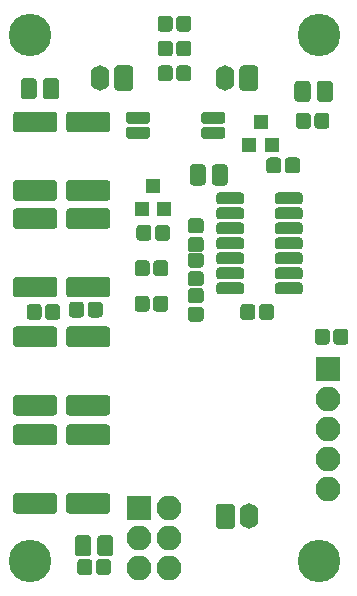
<source format=gbr>
G04 #@! TF.GenerationSoftware,KiCad,Pcbnew,5.1.5-52549c5~84~ubuntu18.04.1*
G04 #@! TF.CreationDate,2020-01-17T22:53:52+01:00*
G04 #@! TF.ProjectId,v4,76342e6b-6963-4616-945f-706362585858,rev?*
G04 #@! TF.SameCoordinates,Original*
G04 #@! TF.FileFunction,Soldermask,Top*
G04 #@! TF.FilePolarity,Negative*
%FSLAX46Y46*%
G04 Gerber Fmt 4.6, Leading zero omitted, Abs format (unit mm)*
G04 Created by KiCad (PCBNEW 5.1.5-52549c5~84~ubuntu18.04.1) date 2020-01-17 22:53:52*
%MOMM*%
%LPD*%
G04 APERTURE LIST*
%ADD10C,0.100000*%
%ADD11R,1.200000X1.300000*%
%ADD12O,2.100000X2.100000*%
%ADD13R,2.100000X2.100000*%
%ADD14O,1.600000X2.150000*%
%ADD15C,3.600000*%
G04 APERTURE END LIST*
D10*
G36*
X120992104Y-57253804D02*
G01*
X121016373Y-57257404D01*
X121040171Y-57263365D01*
X121063271Y-57271630D01*
X121085449Y-57282120D01*
X121106493Y-57294733D01*
X121126198Y-57309347D01*
X121144377Y-57325823D01*
X121160853Y-57344002D01*
X121175467Y-57363707D01*
X121188080Y-57384751D01*
X121198570Y-57406929D01*
X121206835Y-57430029D01*
X121212796Y-57453827D01*
X121216396Y-57478096D01*
X121217600Y-57502600D01*
X121217600Y-58002600D01*
X121216396Y-58027104D01*
X121212796Y-58051373D01*
X121206835Y-58075171D01*
X121198570Y-58098271D01*
X121188080Y-58120449D01*
X121175467Y-58141493D01*
X121160853Y-58161198D01*
X121144377Y-58179377D01*
X121126198Y-58195853D01*
X121106493Y-58210467D01*
X121085449Y-58223080D01*
X121063271Y-58233570D01*
X121040171Y-58241835D01*
X121016373Y-58247796D01*
X120992104Y-58251396D01*
X120967600Y-58252600D01*
X119442600Y-58252600D01*
X119418096Y-58251396D01*
X119393827Y-58247796D01*
X119370029Y-58241835D01*
X119346929Y-58233570D01*
X119324751Y-58223080D01*
X119303707Y-58210467D01*
X119284002Y-58195853D01*
X119265823Y-58179377D01*
X119249347Y-58161198D01*
X119234733Y-58141493D01*
X119222120Y-58120449D01*
X119211630Y-58098271D01*
X119203365Y-58075171D01*
X119197404Y-58051373D01*
X119193804Y-58027104D01*
X119192600Y-58002600D01*
X119192600Y-57502600D01*
X119193804Y-57478096D01*
X119197404Y-57453827D01*
X119203365Y-57430029D01*
X119211630Y-57406929D01*
X119222120Y-57384751D01*
X119234733Y-57363707D01*
X119249347Y-57344002D01*
X119265823Y-57325823D01*
X119284002Y-57309347D01*
X119303707Y-57294733D01*
X119324751Y-57282120D01*
X119346929Y-57271630D01*
X119370029Y-57263365D01*
X119393827Y-57257404D01*
X119418096Y-57253804D01*
X119442600Y-57252600D01*
X120967600Y-57252600D01*
X120992104Y-57253804D01*
G37*
G36*
X120992104Y-58523804D02*
G01*
X121016373Y-58527404D01*
X121040171Y-58533365D01*
X121063271Y-58541630D01*
X121085449Y-58552120D01*
X121106493Y-58564733D01*
X121126198Y-58579347D01*
X121144377Y-58595823D01*
X121160853Y-58614002D01*
X121175467Y-58633707D01*
X121188080Y-58654751D01*
X121198570Y-58676929D01*
X121206835Y-58700029D01*
X121212796Y-58723827D01*
X121216396Y-58748096D01*
X121217600Y-58772600D01*
X121217600Y-59272600D01*
X121216396Y-59297104D01*
X121212796Y-59321373D01*
X121206835Y-59345171D01*
X121198570Y-59368271D01*
X121188080Y-59390449D01*
X121175467Y-59411493D01*
X121160853Y-59431198D01*
X121144377Y-59449377D01*
X121126198Y-59465853D01*
X121106493Y-59480467D01*
X121085449Y-59493080D01*
X121063271Y-59503570D01*
X121040171Y-59511835D01*
X121016373Y-59517796D01*
X120992104Y-59521396D01*
X120967600Y-59522600D01*
X119442600Y-59522600D01*
X119418096Y-59521396D01*
X119393827Y-59517796D01*
X119370029Y-59511835D01*
X119346929Y-59503570D01*
X119324751Y-59493080D01*
X119303707Y-59480467D01*
X119284002Y-59465853D01*
X119265823Y-59449377D01*
X119249347Y-59431198D01*
X119234733Y-59411493D01*
X119222120Y-59390449D01*
X119211630Y-59368271D01*
X119203365Y-59345171D01*
X119197404Y-59321373D01*
X119193804Y-59297104D01*
X119192600Y-59272600D01*
X119192600Y-58772600D01*
X119193804Y-58748096D01*
X119197404Y-58723827D01*
X119203365Y-58700029D01*
X119211630Y-58676929D01*
X119222120Y-58654751D01*
X119234733Y-58633707D01*
X119249347Y-58614002D01*
X119265823Y-58595823D01*
X119284002Y-58579347D01*
X119303707Y-58564733D01*
X119324751Y-58552120D01*
X119346929Y-58541630D01*
X119370029Y-58533365D01*
X119393827Y-58527404D01*
X119418096Y-58523804D01*
X119442600Y-58522600D01*
X120967600Y-58522600D01*
X120992104Y-58523804D01*
G37*
G36*
X114617104Y-58523804D02*
G01*
X114641373Y-58527404D01*
X114665171Y-58533365D01*
X114688271Y-58541630D01*
X114710449Y-58552120D01*
X114731493Y-58564733D01*
X114751198Y-58579347D01*
X114769377Y-58595823D01*
X114785853Y-58614002D01*
X114800467Y-58633707D01*
X114813080Y-58654751D01*
X114823570Y-58676929D01*
X114831835Y-58700029D01*
X114837796Y-58723827D01*
X114841396Y-58748096D01*
X114842600Y-58772600D01*
X114842600Y-59272600D01*
X114841396Y-59297104D01*
X114837796Y-59321373D01*
X114831835Y-59345171D01*
X114823570Y-59368271D01*
X114813080Y-59390449D01*
X114800467Y-59411493D01*
X114785853Y-59431198D01*
X114769377Y-59449377D01*
X114751198Y-59465853D01*
X114731493Y-59480467D01*
X114710449Y-59493080D01*
X114688271Y-59503570D01*
X114665171Y-59511835D01*
X114641373Y-59517796D01*
X114617104Y-59521396D01*
X114592600Y-59522600D01*
X113067600Y-59522600D01*
X113043096Y-59521396D01*
X113018827Y-59517796D01*
X112995029Y-59511835D01*
X112971929Y-59503570D01*
X112949751Y-59493080D01*
X112928707Y-59480467D01*
X112909002Y-59465853D01*
X112890823Y-59449377D01*
X112874347Y-59431198D01*
X112859733Y-59411493D01*
X112847120Y-59390449D01*
X112836630Y-59368271D01*
X112828365Y-59345171D01*
X112822404Y-59321373D01*
X112818804Y-59297104D01*
X112817600Y-59272600D01*
X112817600Y-58772600D01*
X112818804Y-58748096D01*
X112822404Y-58723827D01*
X112828365Y-58700029D01*
X112836630Y-58676929D01*
X112847120Y-58654751D01*
X112859733Y-58633707D01*
X112874347Y-58614002D01*
X112890823Y-58595823D01*
X112909002Y-58579347D01*
X112928707Y-58564733D01*
X112949751Y-58552120D01*
X112971929Y-58541630D01*
X112995029Y-58533365D01*
X113018827Y-58527404D01*
X113043096Y-58523804D01*
X113067600Y-58522600D01*
X114592600Y-58522600D01*
X114617104Y-58523804D01*
G37*
G36*
X114617104Y-57253804D02*
G01*
X114641373Y-57257404D01*
X114665171Y-57263365D01*
X114688271Y-57271630D01*
X114710449Y-57282120D01*
X114731493Y-57294733D01*
X114751198Y-57309347D01*
X114769377Y-57325823D01*
X114785853Y-57344002D01*
X114800467Y-57363707D01*
X114813080Y-57384751D01*
X114823570Y-57406929D01*
X114831835Y-57430029D01*
X114837796Y-57453827D01*
X114841396Y-57478096D01*
X114842600Y-57502600D01*
X114842600Y-58002600D01*
X114841396Y-58027104D01*
X114837796Y-58051373D01*
X114831835Y-58075171D01*
X114823570Y-58098271D01*
X114813080Y-58120449D01*
X114800467Y-58141493D01*
X114785853Y-58161198D01*
X114769377Y-58179377D01*
X114751198Y-58195853D01*
X114731493Y-58210467D01*
X114710449Y-58223080D01*
X114688271Y-58233570D01*
X114665171Y-58241835D01*
X114641373Y-58247796D01*
X114617104Y-58251396D01*
X114592600Y-58252600D01*
X113067600Y-58252600D01*
X113043096Y-58251396D01*
X113018827Y-58247796D01*
X112995029Y-58241835D01*
X112971929Y-58233570D01*
X112949751Y-58223080D01*
X112928707Y-58210467D01*
X112909002Y-58195853D01*
X112890823Y-58179377D01*
X112874347Y-58161198D01*
X112859733Y-58141493D01*
X112847120Y-58120449D01*
X112836630Y-58098271D01*
X112828365Y-58075171D01*
X112822404Y-58051373D01*
X112818804Y-58027104D01*
X112817600Y-58002600D01*
X112817600Y-57502600D01*
X112818804Y-57478096D01*
X112822404Y-57453827D01*
X112828365Y-57430029D01*
X112836630Y-57406929D01*
X112847120Y-57384751D01*
X112859733Y-57363707D01*
X112874347Y-57344002D01*
X112890823Y-57325823D01*
X112909002Y-57309347D01*
X112928707Y-57294733D01*
X112949751Y-57282120D01*
X112971929Y-57271630D01*
X112995029Y-57263365D01*
X113018827Y-57257404D01*
X113043096Y-57253804D01*
X113067600Y-57252600D01*
X114592600Y-57252600D01*
X114617104Y-57253804D01*
G37*
G36*
X121132543Y-61689255D02*
G01*
X121165912Y-61694205D01*
X121198635Y-61702402D01*
X121230397Y-61713766D01*
X121260893Y-61728190D01*
X121289827Y-61745532D01*
X121316923Y-61765628D01*
X121341918Y-61788282D01*
X121364572Y-61813277D01*
X121384668Y-61840373D01*
X121402010Y-61869307D01*
X121416434Y-61899803D01*
X121427798Y-61931565D01*
X121435995Y-61964288D01*
X121440945Y-61997657D01*
X121442600Y-62031350D01*
X121442600Y-63143850D01*
X121440945Y-63177543D01*
X121435995Y-63210912D01*
X121427798Y-63243635D01*
X121416434Y-63275397D01*
X121402010Y-63305893D01*
X121384668Y-63334827D01*
X121364572Y-63361923D01*
X121341918Y-63386918D01*
X121316923Y-63409572D01*
X121289827Y-63429668D01*
X121260893Y-63447010D01*
X121230397Y-63461434D01*
X121198635Y-63472798D01*
X121165912Y-63480995D01*
X121132543Y-63485945D01*
X121098850Y-63487600D01*
X120411350Y-63487600D01*
X120377657Y-63485945D01*
X120344288Y-63480995D01*
X120311565Y-63472798D01*
X120279803Y-63461434D01*
X120249307Y-63447010D01*
X120220373Y-63429668D01*
X120193277Y-63409572D01*
X120168282Y-63386918D01*
X120145628Y-63361923D01*
X120125532Y-63334827D01*
X120108190Y-63305893D01*
X120093766Y-63275397D01*
X120082402Y-63243635D01*
X120074205Y-63210912D01*
X120069255Y-63177543D01*
X120067600Y-63143850D01*
X120067600Y-62031350D01*
X120069255Y-61997657D01*
X120074205Y-61964288D01*
X120082402Y-61931565D01*
X120093766Y-61899803D01*
X120108190Y-61869307D01*
X120125532Y-61840373D01*
X120145628Y-61813277D01*
X120168282Y-61788282D01*
X120193277Y-61765628D01*
X120220373Y-61745532D01*
X120249307Y-61728190D01*
X120279803Y-61713766D01*
X120311565Y-61702402D01*
X120344288Y-61694205D01*
X120377657Y-61689255D01*
X120411350Y-61687600D01*
X121098850Y-61687600D01*
X121132543Y-61689255D01*
G37*
G36*
X119257543Y-61689255D02*
G01*
X119290912Y-61694205D01*
X119323635Y-61702402D01*
X119355397Y-61713766D01*
X119385893Y-61728190D01*
X119414827Y-61745532D01*
X119441923Y-61765628D01*
X119466918Y-61788282D01*
X119489572Y-61813277D01*
X119509668Y-61840373D01*
X119527010Y-61869307D01*
X119541434Y-61899803D01*
X119552798Y-61931565D01*
X119560995Y-61964288D01*
X119565945Y-61997657D01*
X119567600Y-62031350D01*
X119567600Y-63143850D01*
X119565945Y-63177543D01*
X119560995Y-63210912D01*
X119552798Y-63243635D01*
X119541434Y-63275397D01*
X119527010Y-63305893D01*
X119509668Y-63334827D01*
X119489572Y-63361923D01*
X119466918Y-63386918D01*
X119441923Y-63409572D01*
X119414827Y-63429668D01*
X119385893Y-63447010D01*
X119355397Y-63461434D01*
X119323635Y-63472798D01*
X119290912Y-63480995D01*
X119257543Y-63485945D01*
X119223850Y-63487600D01*
X118536350Y-63487600D01*
X118502657Y-63485945D01*
X118469288Y-63480995D01*
X118436565Y-63472798D01*
X118404803Y-63461434D01*
X118374307Y-63447010D01*
X118345373Y-63429668D01*
X118318277Y-63409572D01*
X118293282Y-63386918D01*
X118270628Y-63361923D01*
X118250532Y-63334827D01*
X118233190Y-63305893D01*
X118218766Y-63275397D01*
X118207402Y-63243635D01*
X118199205Y-63210912D01*
X118194255Y-63177543D01*
X118192600Y-63143850D01*
X118192600Y-62031350D01*
X118194255Y-61997657D01*
X118199205Y-61964288D01*
X118207402Y-61931565D01*
X118218766Y-61899803D01*
X118233190Y-61869307D01*
X118250532Y-61840373D01*
X118270628Y-61813277D01*
X118293282Y-61788282D01*
X118318277Y-61765628D01*
X118345373Y-61745532D01*
X118374307Y-61728190D01*
X118404803Y-61713766D01*
X118436565Y-61702402D01*
X118469288Y-61694205D01*
X118502657Y-61689255D01*
X118536350Y-61687600D01*
X119223850Y-61687600D01*
X119257543Y-61689255D01*
G37*
D11*
X124217600Y-58087600D03*
X125167600Y-60087600D03*
X123267600Y-60087600D03*
X115117600Y-63487600D03*
X116067600Y-65487600D03*
X114167600Y-65487600D03*
D10*
G36*
X127255093Y-61114135D02*
G01*
X127286035Y-61118725D01*
X127316378Y-61126325D01*
X127345830Y-61136863D01*
X127374108Y-61150238D01*
X127400938Y-61166319D01*
X127426063Y-61184953D01*
X127449240Y-61205960D01*
X127470247Y-61229137D01*
X127488881Y-61254262D01*
X127504962Y-61281092D01*
X127518337Y-61309370D01*
X127528875Y-61338822D01*
X127536475Y-61369165D01*
X127541065Y-61400107D01*
X127542600Y-61431350D01*
X127542600Y-62143850D01*
X127541065Y-62175093D01*
X127536475Y-62206035D01*
X127528875Y-62236378D01*
X127518337Y-62265830D01*
X127504962Y-62294108D01*
X127488881Y-62320938D01*
X127470247Y-62346063D01*
X127449240Y-62369240D01*
X127426063Y-62390247D01*
X127400938Y-62408881D01*
X127374108Y-62424962D01*
X127345830Y-62438337D01*
X127316378Y-62448875D01*
X127286035Y-62456475D01*
X127255093Y-62461065D01*
X127223850Y-62462600D01*
X126586350Y-62462600D01*
X126555107Y-62461065D01*
X126524165Y-62456475D01*
X126493822Y-62448875D01*
X126464370Y-62438337D01*
X126436092Y-62424962D01*
X126409262Y-62408881D01*
X126384137Y-62390247D01*
X126360960Y-62369240D01*
X126339953Y-62346063D01*
X126321319Y-62320938D01*
X126305238Y-62294108D01*
X126291863Y-62265830D01*
X126281325Y-62236378D01*
X126273725Y-62206035D01*
X126269135Y-62175093D01*
X126267600Y-62143850D01*
X126267600Y-61431350D01*
X126269135Y-61400107D01*
X126273725Y-61369165D01*
X126281325Y-61338822D01*
X126291863Y-61309370D01*
X126305238Y-61281092D01*
X126321319Y-61254262D01*
X126339953Y-61229137D01*
X126360960Y-61205960D01*
X126384137Y-61184953D01*
X126409262Y-61166319D01*
X126436092Y-61150238D01*
X126464370Y-61136863D01*
X126493822Y-61126325D01*
X126524165Y-61118725D01*
X126555107Y-61114135D01*
X126586350Y-61112600D01*
X127223850Y-61112600D01*
X127255093Y-61114135D01*
G37*
G36*
X125680093Y-61114135D02*
G01*
X125711035Y-61118725D01*
X125741378Y-61126325D01*
X125770830Y-61136863D01*
X125799108Y-61150238D01*
X125825938Y-61166319D01*
X125851063Y-61184953D01*
X125874240Y-61205960D01*
X125895247Y-61229137D01*
X125913881Y-61254262D01*
X125929962Y-61281092D01*
X125943337Y-61309370D01*
X125953875Y-61338822D01*
X125961475Y-61369165D01*
X125966065Y-61400107D01*
X125967600Y-61431350D01*
X125967600Y-62143850D01*
X125966065Y-62175093D01*
X125961475Y-62206035D01*
X125953875Y-62236378D01*
X125943337Y-62265830D01*
X125929962Y-62294108D01*
X125913881Y-62320938D01*
X125895247Y-62346063D01*
X125874240Y-62369240D01*
X125851063Y-62390247D01*
X125825938Y-62408881D01*
X125799108Y-62424962D01*
X125770830Y-62438337D01*
X125741378Y-62448875D01*
X125711035Y-62456475D01*
X125680093Y-62461065D01*
X125648850Y-62462600D01*
X125011350Y-62462600D01*
X124980107Y-62461065D01*
X124949165Y-62456475D01*
X124918822Y-62448875D01*
X124889370Y-62438337D01*
X124861092Y-62424962D01*
X124834262Y-62408881D01*
X124809137Y-62390247D01*
X124785960Y-62369240D01*
X124764953Y-62346063D01*
X124746319Y-62320938D01*
X124730238Y-62294108D01*
X124716863Y-62265830D01*
X124706325Y-62236378D01*
X124698725Y-62206035D01*
X124694135Y-62175093D01*
X124692600Y-62143850D01*
X124692600Y-61431350D01*
X124694135Y-61400107D01*
X124698725Y-61369165D01*
X124706325Y-61338822D01*
X124716863Y-61309370D01*
X124730238Y-61281092D01*
X124746319Y-61254262D01*
X124764953Y-61229137D01*
X124785960Y-61205960D01*
X124809137Y-61184953D01*
X124834262Y-61166319D01*
X124861092Y-61150238D01*
X124889370Y-61136863D01*
X124918822Y-61126325D01*
X124949165Y-61118725D01*
X124980107Y-61114135D01*
X125011350Y-61112600D01*
X125648850Y-61112600D01*
X125680093Y-61114135D01*
G37*
G36*
X119105093Y-67839135D02*
G01*
X119136035Y-67843725D01*
X119166378Y-67851325D01*
X119195830Y-67861863D01*
X119224108Y-67875238D01*
X119250938Y-67891319D01*
X119276063Y-67909953D01*
X119299240Y-67930960D01*
X119320247Y-67954137D01*
X119338881Y-67979262D01*
X119354962Y-68006092D01*
X119368337Y-68034370D01*
X119378875Y-68063822D01*
X119386475Y-68094165D01*
X119391065Y-68125107D01*
X119392600Y-68156350D01*
X119392600Y-68793850D01*
X119391065Y-68825093D01*
X119386475Y-68856035D01*
X119378875Y-68886378D01*
X119368337Y-68915830D01*
X119354962Y-68944108D01*
X119338881Y-68970938D01*
X119320247Y-68996063D01*
X119299240Y-69019240D01*
X119276063Y-69040247D01*
X119250938Y-69058881D01*
X119224108Y-69074962D01*
X119195830Y-69088337D01*
X119166378Y-69098875D01*
X119136035Y-69106475D01*
X119105093Y-69111065D01*
X119073850Y-69112600D01*
X118361350Y-69112600D01*
X118330107Y-69111065D01*
X118299165Y-69106475D01*
X118268822Y-69098875D01*
X118239370Y-69088337D01*
X118211092Y-69074962D01*
X118184262Y-69058881D01*
X118159137Y-69040247D01*
X118135960Y-69019240D01*
X118114953Y-68996063D01*
X118096319Y-68970938D01*
X118080238Y-68944108D01*
X118066863Y-68915830D01*
X118056325Y-68886378D01*
X118048725Y-68856035D01*
X118044135Y-68825093D01*
X118042600Y-68793850D01*
X118042600Y-68156350D01*
X118044135Y-68125107D01*
X118048725Y-68094165D01*
X118056325Y-68063822D01*
X118066863Y-68034370D01*
X118080238Y-68006092D01*
X118096319Y-67979262D01*
X118114953Y-67954137D01*
X118135960Y-67930960D01*
X118159137Y-67909953D01*
X118184262Y-67891319D01*
X118211092Y-67875238D01*
X118239370Y-67861863D01*
X118268822Y-67851325D01*
X118299165Y-67843725D01*
X118330107Y-67839135D01*
X118361350Y-67837600D01*
X119073850Y-67837600D01*
X119105093Y-67839135D01*
G37*
G36*
X119105093Y-66264135D02*
G01*
X119136035Y-66268725D01*
X119166378Y-66276325D01*
X119195830Y-66286863D01*
X119224108Y-66300238D01*
X119250938Y-66316319D01*
X119276063Y-66334953D01*
X119299240Y-66355960D01*
X119320247Y-66379137D01*
X119338881Y-66404262D01*
X119354962Y-66431092D01*
X119368337Y-66459370D01*
X119378875Y-66488822D01*
X119386475Y-66519165D01*
X119391065Y-66550107D01*
X119392600Y-66581350D01*
X119392600Y-67218850D01*
X119391065Y-67250093D01*
X119386475Y-67281035D01*
X119378875Y-67311378D01*
X119368337Y-67340830D01*
X119354962Y-67369108D01*
X119338881Y-67395938D01*
X119320247Y-67421063D01*
X119299240Y-67444240D01*
X119276063Y-67465247D01*
X119250938Y-67483881D01*
X119224108Y-67499962D01*
X119195830Y-67513337D01*
X119166378Y-67523875D01*
X119136035Y-67531475D01*
X119105093Y-67536065D01*
X119073850Y-67537600D01*
X118361350Y-67537600D01*
X118330107Y-67536065D01*
X118299165Y-67531475D01*
X118268822Y-67523875D01*
X118239370Y-67513337D01*
X118211092Y-67499962D01*
X118184262Y-67483881D01*
X118159137Y-67465247D01*
X118135960Y-67444240D01*
X118114953Y-67421063D01*
X118096319Y-67395938D01*
X118080238Y-67369108D01*
X118066863Y-67340830D01*
X118056325Y-67311378D01*
X118048725Y-67281035D01*
X118044135Y-67250093D01*
X118042600Y-67218850D01*
X118042600Y-66581350D01*
X118044135Y-66550107D01*
X118048725Y-66519165D01*
X118056325Y-66488822D01*
X118066863Y-66459370D01*
X118080238Y-66431092D01*
X118096319Y-66404262D01*
X118114953Y-66379137D01*
X118135960Y-66355960D01*
X118159137Y-66334953D01*
X118184262Y-66316319D01*
X118211092Y-66300238D01*
X118239370Y-66286863D01*
X118268822Y-66276325D01*
X118299165Y-66268725D01*
X118330107Y-66264135D01*
X118361350Y-66262600D01*
X119073850Y-66262600D01*
X119105093Y-66264135D01*
G37*
G36*
X125055093Y-73514135D02*
G01*
X125086035Y-73518725D01*
X125116378Y-73526325D01*
X125145830Y-73536863D01*
X125174108Y-73550238D01*
X125200938Y-73566319D01*
X125226063Y-73584953D01*
X125249240Y-73605960D01*
X125270247Y-73629137D01*
X125288881Y-73654262D01*
X125304962Y-73681092D01*
X125318337Y-73709370D01*
X125328875Y-73738822D01*
X125336475Y-73769165D01*
X125341065Y-73800107D01*
X125342600Y-73831350D01*
X125342600Y-74543850D01*
X125341065Y-74575093D01*
X125336475Y-74606035D01*
X125328875Y-74636378D01*
X125318337Y-74665830D01*
X125304962Y-74694108D01*
X125288881Y-74720938D01*
X125270247Y-74746063D01*
X125249240Y-74769240D01*
X125226063Y-74790247D01*
X125200938Y-74808881D01*
X125174108Y-74824962D01*
X125145830Y-74838337D01*
X125116378Y-74848875D01*
X125086035Y-74856475D01*
X125055093Y-74861065D01*
X125023850Y-74862600D01*
X124386350Y-74862600D01*
X124355107Y-74861065D01*
X124324165Y-74856475D01*
X124293822Y-74848875D01*
X124264370Y-74838337D01*
X124236092Y-74824962D01*
X124209262Y-74808881D01*
X124184137Y-74790247D01*
X124160960Y-74769240D01*
X124139953Y-74746063D01*
X124121319Y-74720938D01*
X124105238Y-74694108D01*
X124091863Y-74665830D01*
X124081325Y-74636378D01*
X124073725Y-74606035D01*
X124069135Y-74575093D01*
X124067600Y-74543850D01*
X124067600Y-73831350D01*
X124069135Y-73800107D01*
X124073725Y-73769165D01*
X124081325Y-73738822D01*
X124091863Y-73709370D01*
X124105238Y-73681092D01*
X124121319Y-73654262D01*
X124139953Y-73629137D01*
X124160960Y-73605960D01*
X124184137Y-73584953D01*
X124209262Y-73566319D01*
X124236092Y-73550238D01*
X124264370Y-73536863D01*
X124293822Y-73526325D01*
X124324165Y-73518725D01*
X124355107Y-73514135D01*
X124386350Y-73512600D01*
X125023850Y-73512600D01*
X125055093Y-73514135D01*
G37*
G36*
X123480093Y-73514135D02*
G01*
X123511035Y-73518725D01*
X123541378Y-73526325D01*
X123570830Y-73536863D01*
X123599108Y-73550238D01*
X123625938Y-73566319D01*
X123651063Y-73584953D01*
X123674240Y-73605960D01*
X123695247Y-73629137D01*
X123713881Y-73654262D01*
X123729962Y-73681092D01*
X123743337Y-73709370D01*
X123753875Y-73738822D01*
X123761475Y-73769165D01*
X123766065Y-73800107D01*
X123767600Y-73831350D01*
X123767600Y-74543850D01*
X123766065Y-74575093D01*
X123761475Y-74606035D01*
X123753875Y-74636378D01*
X123743337Y-74665830D01*
X123729962Y-74694108D01*
X123713881Y-74720938D01*
X123695247Y-74746063D01*
X123674240Y-74769240D01*
X123651063Y-74790247D01*
X123625938Y-74808881D01*
X123599108Y-74824962D01*
X123570830Y-74838337D01*
X123541378Y-74848875D01*
X123511035Y-74856475D01*
X123480093Y-74861065D01*
X123448850Y-74862600D01*
X122811350Y-74862600D01*
X122780107Y-74861065D01*
X122749165Y-74856475D01*
X122718822Y-74848875D01*
X122689370Y-74838337D01*
X122661092Y-74824962D01*
X122634262Y-74808881D01*
X122609137Y-74790247D01*
X122585960Y-74769240D01*
X122564953Y-74746063D01*
X122546319Y-74720938D01*
X122530238Y-74694108D01*
X122516863Y-74665830D01*
X122506325Y-74636378D01*
X122498725Y-74606035D01*
X122494135Y-74575093D01*
X122492600Y-74543850D01*
X122492600Y-73831350D01*
X122494135Y-73800107D01*
X122498725Y-73769165D01*
X122506325Y-73738822D01*
X122516863Y-73709370D01*
X122530238Y-73681092D01*
X122546319Y-73654262D01*
X122564953Y-73629137D01*
X122585960Y-73605960D01*
X122609137Y-73584953D01*
X122634262Y-73566319D01*
X122661092Y-73550238D01*
X122689370Y-73536863D01*
X122718822Y-73526325D01*
X122749165Y-73518725D01*
X122780107Y-73514135D01*
X122811350Y-73512600D01*
X123448850Y-73512600D01*
X123480093Y-73514135D01*
G37*
G36*
X119105093Y-72164135D02*
G01*
X119136035Y-72168725D01*
X119166378Y-72176325D01*
X119195830Y-72186863D01*
X119224108Y-72200238D01*
X119250938Y-72216319D01*
X119276063Y-72234953D01*
X119299240Y-72255960D01*
X119320247Y-72279137D01*
X119338881Y-72304262D01*
X119354962Y-72331092D01*
X119368337Y-72359370D01*
X119378875Y-72388822D01*
X119386475Y-72419165D01*
X119391065Y-72450107D01*
X119392600Y-72481350D01*
X119392600Y-73118850D01*
X119391065Y-73150093D01*
X119386475Y-73181035D01*
X119378875Y-73211378D01*
X119368337Y-73240830D01*
X119354962Y-73269108D01*
X119338881Y-73295938D01*
X119320247Y-73321063D01*
X119299240Y-73344240D01*
X119276063Y-73365247D01*
X119250938Y-73383881D01*
X119224108Y-73399962D01*
X119195830Y-73413337D01*
X119166378Y-73423875D01*
X119136035Y-73431475D01*
X119105093Y-73436065D01*
X119073850Y-73437600D01*
X118361350Y-73437600D01*
X118330107Y-73436065D01*
X118299165Y-73431475D01*
X118268822Y-73423875D01*
X118239370Y-73413337D01*
X118211092Y-73399962D01*
X118184262Y-73383881D01*
X118159137Y-73365247D01*
X118135960Y-73344240D01*
X118114953Y-73321063D01*
X118096319Y-73295938D01*
X118080238Y-73269108D01*
X118066863Y-73240830D01*
X118056325Y-73211378D01*
X118048725Y-73181035D01*
X118044135Y-73150093D01*
X118042600Y-73118850D01*
X118042600Y-72481350D01*
X118044135Y-72450107D01*
X118048725Y-72419165D01*
X118056325Y-72388822D01*
X118066863Y-72359370D01*
X118080238Y-72331092D01*
X118096319Y-72304262D01*
X118114953Y-72279137D01*
X118135960Y-72255960D01*
X118159137Y-72234953D01*
X118184262Y-72216319D01*
X118211092Y-72200238D01*
X118239370Y-72186863D01*
X118268822Y-72176325D01*
X118299165Y-72168725D01*
X118330107Y-72164135D01*
X118361350Y-72162600D01*
X119073850Y-72162600D01*
X119105093Y-72164135D01*
G37*
G36*
X119105093Y-73739135D02*
G01*
X119136035Y-73743725D01*
X119166378Y-73751325D01*
X119195830Y-73761863D01*
X119224108Y-73775238D01*
X119250938Y-73791319D01*
X119276063Y-73809953D01*
X119299240Y-73830960D01*
X119320247Y-73854137D01*
X119338881Y-73879262D01*
X119354962Y-73906092D01*
X119368337Y-73934370D01*
X119378875Y-73963822D01*
X119386475Y-73994165D01*
X119391065Y-74025107D01*
X119392600Y-74056350D01*
X119392600Y-74693850D01*
X119391065Y-74725093D01*
X119386475Y-74756035D01*
X119378875Y-74786378D01*
X119368337Y-74815830D01*
X119354962Y-74844108D01*
X119338881Y-74870938D01*
X119320247Y-74896063D01*
X119299240Y-74919240D01*
X119276063Y-74940247D01*
X119250938Y-74958881D01*
X119224108Y-74974962D01*
X119195830Y-74988337D01*
X119166378Y-74998875D01*
X119136035Y-75006475D01*
X119105093Y-75011065D01*
X119073850Y-75012600D01*
X118361350Y-75012600D01*
X118330107Y-75011065D01*
X118299165Y-75006475D01*
X118268822Y-74998875D01*
X118239370Y-74988337D01*
X118211092Y-74974962D01*
X118184262Y-74958881D01*
X118159137Y-74940247D01*
X118135960Y-74919240D01*
X118114953Y-74896063D01*
X118096319Y-74870938D01*
X118080238Y-74844108D01*
X118066863Y-74815830D01*
X118056325Y-74786378D01*
X118048725Y-74756035D01*
X118044135Y-74725093D01*
X118042600Y-74693850D01*
X118042600Y-74056350D01*
X118044135Y-74025107D01*
X118048725Y-73994165D01*
X118056325Y-73963822D01*
X118066863Y-73934370D01*
X118080238Y-73906092D01*
X118096319Y-73879262D01*
X118114953Y-73854137D01*
X118135960Y-73830960D01*
X118159137Y-73809953D01*
X118184262Y-73791319D01*
X118211092Y-73775238D01*
X118239370Y-73761863D01*
X118268822Y-73751325D01*
X118299165Y-73743725D01*
X118330107Y-73739135D01*
X118361350Y-73737600D01*
X119073850Y-73737600D01*
X119105093Y-73739135D01*
G37*
G36*
X119105093Y-70739135D02*
G01*
X119136035Y-70743725D01*
X119166378Y-70751325D01*
X119195830Y-70761863D01*
X119224108Y-70775238D01*
X119250938Y-70791319D01*
X119276063Y-70809953D01*
X119299240Y-70830960D01*
X119320247Y-70854137D01*
X119338881Y-70879262D01*
X119354962Y-70906092D01*
X119368337Y-70934370D01*
X119378875Y-70963822D01*
X119386475Y-70994165D01*
X119391065Y-71025107D01*
X119392600Y-71056350D01*
X119392600Y-71693850D01*
X119391065Y-71725093D01*
X119386475Y-71756035D01*
X119378875Y-71786378D01*
X119368337Y-71815830D01*
X119354962Y-71844108D01*
X119338881Y-71870938D01*
X119320247Y-71896063D01*
X119299240Y-71919240D01*
X119276063Y-71940247D01*
X119250938Y-71958881D01*
X119224108Y-71974962D01*
X119195830Y-71988337D01*
X119166378Y-71998875D01*
X119136035Y-72006475D01*
X119105093Y-72011065D01*
X119073850Y-72012600D01*
X118361350Y-72012600D01*
X118330107Y-72011065D01*
X118299165Y-72006475D01*
X118268822Y-71998875D01*
X118239370Y-71988337D01*
X118211092Y-71974962D01*
X118184262Y-71958881D01*
X118159137Y-71940247D01*
X118135960Y-71919240D01*
X118114953Y-71896063D01*
X118096319Y-71870938D01*
X118080238Y-71844108D01*
X118066863Y-71815830D01*
X118056325Y-71786378D01*
X118048725Y-71756035D01*
X118044135Y-71725093D01*
X118042600Y-71693850D01*
X118042600Y-71056350D01*
X118044135Y-71025107D01*
X118048725Y-70994165D01*
X118056325Y-70963822D01*
X118066863Y-70934370D01*
X118080238Y-70906092D01*
X118096319Y-70879262D01*
X118114953Y-70854137D01*
X118135960Y-70830960D01*
X118159137Y-70809953D01*
X118184262Y-70791319D01*
X118211092Y-70775238D01*
X118239370Y-70761863D01*
X118268822Y-70751325D01*
X118299165Y-70743725D01*
X118330107Y-70739135D01*
X118361350Y-70737600D01*
X119073850Y-70737600D01*
X119105093Y-70739135D01*
G37*
G36*
X119105093Y-69164135D02*
G01*
X119136035Y-69168725D01*
X119166378Y-69176325D01*
X119195830Y-69186863D01*
X119224108Y-69200238D01*
X119250938Y-69216319D01*
X119276063Y-69234953D01*
X119299240Y-69255960D01*
X119320247Y-69279137D01*
X119338881Y-69304262D01*
X119354962Y-69331092D01*
X119368337Y-69359370D01*
X119378875Y-69388822D01*
X119386475Y-69419165D01*
X119391065Y-69450107D01*
X119392600Y-69481350D01*
X119392600Y-70118850D01*
X119391065Y-70150093D01*
X119386475Y-70181035D01*
X119378875Y-70211378D01*
X119368337Y-70240830D01*
X119354962Y-70269108D01*
X119338881Y-70295938D01*
X119320247Y-70321063D01*
X119299240Y-70344240D01*
X119276063Y-70365247D01*
X119250938Y-70383881D01*
X119224108Y-70399962D01*
X119195830Y-70413337D01*
X119166378Y-70423875D01*
X119136035Y-70431475D01*
X119105093Y-70436065D01*
X119073850Y-70437600D01*
X118361350Y-70437600D01*
X118330107Y-70436065D01*
X118299165Y-70431475D01*
X118268822Y-70423875D01*
X118239370Y-70413337D01*
X118211092Y-70399962D01*
X118184262Y-70383881D01*
X118159137Y-70365247D01*
X118135960Y-70344240D01*
X118114953Y-70321063D01*
X118096319Y-70295938D01*
X118080238Y-70269108D01*
X118066863Y-70240830D01*
X118056325Y-70211378D01*
X118048725Y-70181035D01*
X118044135Y-70150093D01*
X118042600Y-70118850D01*
X118042600Y-69481350D01*
X118044135Y-69450107D01*
X118048725Y-69419165D01*
X118056325Y-69388822D01*
X118066863Y-69359370D01*
X118080238Y-69331092D01*
X118096319Y-69304262D01*
X118114953Y-69279137D01*
X118135960Y-69255960D01*
X118159137Y-69234953D01*
X118184262Y-69216319D01*
X118211092Y-69200238D01*
X118239370Y-69186863D01*
X118268822Y-69176325D01*
X118299165Y-69168725D01*
X118330107Y-69164135D01*
X118361350Y-69162600D01*
X119073850Y-69162600D01*
X119105093Y-69164135D01*
G37*
G36*
X128180093Y-57326535D02*
G01*
X128211035Y-57331125D01*
X128241378Y-57338725D01*
X128270830Y-57349263D01*
X128299108Y-57362638D01*
X128325938Y-57378719D01*
X128351063Y-57397353D01*
X128374240Y-57418360D01*
X128395247Y-57441537D01*
X128413881Y-57466662D01*
X128429962Y-57493492D01*
X128443337Y-57521770D01*
X128453875Y-57551222D01*
X128461475Y-57581565D01*
X128466065Y-57612507D01*
X128467600Y-57643750D01*
X128467600Y-58356250D01*
X128466065Y-58387493D01*
X128461475Y-58418435D01*
X128453875Y-58448778D01*
X128443337Y-58478230D01*
X128429962Y-58506508D01*
X128413881Y-58533338D01*
X128395247Y-58558463D01*
X128374240Y-58581640D01*
X128351063Y-58602647D01*
X128325938Y-58621281D01*
X128299108Y-58637362D01*
X128270830Y-58650737D01*
X128241378Y-58661275D01*
X128211035Y-58668875D01*
X128180093Y-58673465D01*
X128148850Y-58675000D01*
X127511350Y-58675000D01*
X127480107Y-58673465D01*
X127449165Y-58668875D01*
X127418822Y-58661275D01*
X127389370Y-58650737D01*
X127361092Y-58637362D01*
X127334262Y-58621281D01*
X127309137Y-58602647D01*
X127285960Y-58581640D01*
X127264953Y-58558463D01*
X127246319Y-58533338D01*
X127230238Y-58506508D01*
X127216863Y-58478230D01*
X127206325Y-58448778D01*
X127198725Y-58418435D01*
X127194135Y-58387493D01*
X127192600Y-58356250D01*
X127192600Y-57643750D01*
X127194135Y-57612507D01*
X127198725Y-57581565D01*
X127206325Y-57551222D01*
X127216863Y-57521770D01*
X127230238Y-57493492D01*
X127246319Y-57466662D01*
X127264953Y-57441537D01*
X127285960Y-57418360D01*
X127309137Y-57397353D01*
X127334262Y-57378719D01*
X127361092Y-57362638D01*
X127389370Y-57349263D01*
X127418822Y-57338725D01*
X127449165Y-57331125D01*
X127480107Y-57326535D01*
X127511350Y-57325000D01*
X128148850Y-57325000D01*
X128180093Y-57326535D01*
G37*
G36*
X129755093Y-57326535D02*
G01*
X129786035Y-57331125D01*
X129816378Y-57338725D01*
X129845830Y-57349263D01*
X129874108Y-57362638D01*
X129900938Y-57378719D01*
X129926063Y-57397353D01*
X129949240Y-57418360D01*
X129970247Y-57441537D01*
X129988881Y-57466662D01*
X130004962Y-57493492D01*
X130018337Y-57521770D01*
X130028875Y-57551222D01*
X130036475Y-57581565D01*
X130041065Y-57612507D01*
X130042600Y-57643750D01*
X130042600Y-58356250D01*
X130041065Y-58387493D01*
X130036475Y-58418435D01*
X130028875Y-58448778D01*
X130018337Y-58478230D01*
X130004962Y-58506508D01*
X129988881Y-58533338D01*
X129970247Y-58558463D01*
X129949240Y-58581640D01*
X129926063Y-58602647D01*
X129900938Y-58621281D01*
X129874108Y-58637362D01*
X129845830Y-58650737D01*
X129816378Y-58661275D01*
X129786035Y-58668875D01*
X129755093Y-58673465D01*
X129723850Y-58675000D01*
X129086350Y-58675000D01*
X129055107Y-58673465D01*
X129024165Y-58668875D01*
X128993822Y-58661275D01*
X128964370Y-58650737D01*
X128936092Y-58637362D01*
X128909262Y-58621281D01*
X128884137Y-58602647D01*
X128860960Y-58581640D01*
X128839953Y-58558463D01*
X128821319Y-58533338D01*
X128805238Y-58506508D01*
X128791863Y-58478230D01*
X128781325Y-58448778D01*
X128773725Y-58418435D01*
X128769135Y-58387493D01*
X128767600Y-58356250D01*
X128767600Y-57643750D01*
X128769135Y-57612507D01*
X128773725Y-57581565D01*
X128781325Y-57551222D01*
X128791863Y-57521770D01*
X128805238Y-57493492D01*
X128821319Y-57466662D01*
X128839953Y-57441537D01*
X128860960Y-57418360D01*
X128884137Y-57397353D01*
X128909262Y-57378719D01*
X128936092Y-57362638D01*
X128964370Y-57349263D01*
X128993822Y-57338725D01*
X129024165Y-57331125D01*
X129055107Y-57326535D01*
X129086350Y-57325000D01*
X129723850Y-57325000D01*
X129755093Y-57326535D01*
G37*
G36*
X109680093Y-95114135D02*
G01*
X109711035Y-95118725D01*
X109741378Y-95126325D01*
X109770830Y-95136863D01*
X109799108Y-95150238D01*
X109825938Y-95166319D01*
X109851063Y-95184953D01*
X109874240Y-95205960D01*
X109895247Y-95229137D01*
X109913881Y-95254262D01*
X109929962Y-95281092D01*
X109943337Y-95309370D01*
X109953875Y-95338822D01*
X109961475Y-95369165D01*
X109966065Y-95400107D01*
X109967600Y-95431350D01*
X109967600Y-96143850D01*
X109966065Y-96175093D01*
X109961475Y-96206035D01*
X109953875Y-96236378D01*
X109943337Y-96265830D01*
X109929962Y-96294108D01*
X109913881Y-96320938D01*
X109895247Y-96346063D01*
X109874240Y-96369240D01*
X109851063Y-96390247D01*
X109825938Y-96408881D01*
X109799108Y-96424962D01*
X109770830Y-96438337D01*
X109741378Y-96448875D01*
X109711035Y-96456475D01*
X109680093Y-96461065D01*
X109648850Y-96462600D01*
X109011350Y-96462600D01*
X108980107Y-96461065D01*
X108949165Y-96456475D01*
X108918822Y-96448875D01*
X108889370Y-96438337D01*
X108861092Y-96424962D01*
X108834262Y-96408881D01*
X108809137Y-96390247D01*
X108785960Y-96369240D01*
X108764953Y-96346063D01*
X108746319Y-96320938D01*
X108730238Y-96294108D01*
X108716863Y-96265830D01*
X108706325Y-96236378D01*
X108698725Y-96206035D01*
X108694135Y-96175093D01*
X108692600Y-96143850D01*
X108692600Y-95431350D01*
X108694135Y-95400107D01*
X108698725Y-95369165D01*
X108706325Y-95338822D01*
X108716863Y-95309370D01*
X108730238Y-95281092D01*
X108746319Y-95254262D01*
X108764953Y-95229137D01*
X108785960Y-95205960D01*
X108809137Y-95184953D01*
X108834262Y-95166319D01*
X108861092Y-95150238D01*
X108889370Y-95136863D01*
X108918822Y-95126325D01*
X108949165Y-95118725D01*
X108980107Y-95114135D01*
X109011350Y-95112600D01*
X109648850Y-95112600D01*
X109680093Y-95114135D01*
G37*
G36*
X111255093Y-95114135D02*
G01*
X111286035Y-95118725D01*
X111316378Y-95126325D01*
X111345830Y-95136863D01*
X111374108Y-95150238D01*
X111400938Y-95166319D01*
X111426063Y-95184953D01*
X111449240Y-95205960D01*
X111470247Y-95229137D01*
X111488881Y-95254262D01*
X111504962Y-95281092D01*
X111518337Y-95309370D01*
X111528875Y-95338822D01*
X111536475Y-95369165D01*
X111541065Y-95400107D01*
X111542600Y-95431350D01*
X111542600Y-96143850D01*
X111541065Y-96175093D01*
X111536475Y-96206035D01*
X111528875Y-96236378D01*
X111518337Y-96265830D01*
X111504962Y-96294108D01*
X111488881Y-96320938D01*
X111470247Y-96346063D01*
X111449240Y-96369240D01*
X111426063Y-96390247D01*
X111400938Y-96408881D01*
X111374108Y-96424962D01*
X111345830Y-96438337D01*
X111316378Y-96448875D01*
X111286035Y-96456475D01*
X111255093Y-96461065D01*
X111223850Y-96462600D01*
X110586350Y-96462600D01*
X110555107Y-96461065D01*
X110524165Y-96456475D01*
X110493822Y-96448875D01*
X110464370Y-96438337D01*
X110436092Y-96424962D01*
X110409262Y-96408881D01*
X110384137Y-96390247D01*
X110360960Y-96369240D01*
X110339953Y-96346063D01*
X110321319Y-96320938D01*
X110305238Y-96294108D01*
X110291863Y-96265830D01*
X110281325Y-96236378D01*
X110273725Y-96206035D01*
X110269135Y-96175093D01*
X110267600Y-96143850D01*
X110267600Y-95431350D01*
X110269135Y-95400107D01*
X110273725Y-95369165D01*
X110281325Y-95338822D01*
X110291863Y-95309370D01*
X110305238Y-95281092D01*
X110321319Y-95254262D01*
X110339953Y-95229137D01*
X110360960Y-95205960D01*
X110384137Y-95184953D01*
X110409262Y-95166319D01*
X110436092Y-95150238D01*
X110464370Y-95136863D01*
X110493822Y-95126325D01*
X110524165Y-95118725D01*
X110555107Y-95114135D01*
X110586350Y-95112600D01*
X111223850Y-95112600D01*
X111255093Y-95114135D01*
G37*
G36*
X111200292Y-65414161D02*
G01*
X111231751Y-65418827D01*
X111262600Y-65426554D01*
X111292544Y-65437269D01*
X111321294Y-65450866D01*
X111348572Y-65467216D01*
X111374117Y-65486161D01*
X111397681Y-65507519D01*
X111419039Y-65531083D01*
X111437984Y-65556628D01*
X111454334Y-65583906D01*
X111467931Y-65612656D01*
X111478646Y-65642600D01*
X111486373Y-65673449D01*
X111491039Y-65704908D01*
X111492600Y-65736673D01*
X111492600Y-66838527D01*
X111491039Y-66870292D01*
X111486373Y-66901751D01*
X111478646Y-66932600D01*
X111467931Y-66962544D01*
X111454334Y-66991294D01*
X111437984Y-67018572D01*
X111419039Y-67044117D01*
X111397681Y-67067681D01*
X111374117Y-67089039D01*
X111348572Y-67107984D01*
X111321294Y-67124334D01*
X111292544Y-67137931D01*
X111262600Y-67148646D01*
X111231751Y-67156373D01*
X111200292Y-67161039D01*
X111168527Y-67162600D01*
X108066673Y-67162600D01*
X108034908Y-67161039D01*
X108003449Y-67156373D01*
X107972600Y-67148646D01*
X107942656Y-67137931D01*
X107913906Y-67124334D01*
X107886628Y-67107984D01*
X107861083Y-67089039D01*
X107837519Y-67067681D01*
X107816161Y-67044117D01*
X107797216Y-67018572D01*
X107780866Y-66991294D01*
X107767269Y-66962544D01*
X107756554Y-66932600D01*
X107748827Y-66901751D01*
X107744161Y-66870292D01*
X107742600Y-66838527D01*
X107742600Y-65736673D01*
X107744161Y-65704908D01*
X107748827Y-65673449D01*
X107756554Y-65642600D01*
X107767269Y-65612656D01*
X107780866Y-65583906D01*
X107797216Y-65556628D01*
X107816161Y-65531083D01*
X107837519Y-65507519D01*
X107861083Y-65486161D01*
X107886628Y-65467216D01*
X107913906Y-65450866D01*
X107942656Y-65437269D01*
X107972600Y-65426554D01*
X108003449Y-65418827D01*
X108034908Y-65414161D01*
X108066673Y-65412600D01*
X111168527Y-65412600D01*
X111200292Y-65414161D01*
G37*
G36*
X111200292Y-71214161D02*
G01*
X111231751Y-71218827D01*
X111262600Y-71226554D01*
X111292544Y-71237269D01*
X111321294Y-71250866D01*
X111348572Y-71267216D01*
X111374117Y-71286161D01*
X111397681Y-71307519D01*
X111419039Y-71331083D01*
X111437984Y-71356628D01*
X111454334Y-71383906D01*
X111467931Y-71412656D01*
X111478646Y-71442600D01*
X111486373Y-71473449D01*
X111491039Y-71504908D01*
X111492600Y-71536673D01*
X111492600Y-72638527D01*
X111491039Y-72670292D01*
X111486373Y-72701751D01*
X111478646Y-72732600D01*
X111467931Y-72762544D01*
X111454334Y-72791294D01*
X111437984Y-72818572D01*
X111419039Y-72844117D01*
X111397681Y-72867681D01*
X111374117Y-72889039D01*
X111348572Y-72907984D01*
X111321294Y-72924334D01*
X111292544Y-72937931D01*
X111262600Y-72948646D01*
X111231751Y-72956373D01*
X111200292Y-72961039D01*
X111168527Y-72962600D01*
X108066673Y-72962600D01*
X108034908Y-72961039D01*
X108003449Y-72956373D01*
X107972600Y-72948646D01*
X107942656Y-72937931D01*
X107913906Y-72924334D01*
X107886628Y-72907984D01*
X107861083Y-72889039D01*
X107837519Y-72867681D01*
X107816161Y-72844117D01*
X107797216Y-72818572D01*
X107780866Y-72791294D01*
X107767269Y-72762544D01*
X107756554Y-72732600D01*
X107748827Y-72701751D01*
X107744161Y-72670292D01*
X107742600Y-72638527D01*
X107742600Y-71536673D01*
X107744161Y-71504908D01*
X107748827Y-71473449D01*
X107756554Y-71442600D01*
X107767269Y-71412656D01*
X107780866Y-71383906D01*
X107797216Y-71356628D01*
X107816161Y-71331083D01*
X107837519Y-71307519D01*
X107861083Y-71286161D01*
X107886628Y-71267216D01*
X107913906Y-71250866D01*
X107942656Y-71237269D01*
X107972600Y-71226554D01*
X108003449Y-71218827D01*
X108034908Y-71214161D01*
X108066673Y-71212600D01*
X111168527Y-71212600D01*
X111200292Y-71214161D01*
G37*
G36*
X111200292Y-81214161D02*
G01*
X111231751Y-81218827D01*
X111262600Y-81226554D01*
X111292544Y-81237269D01*
X111321294Y-81250866D01*
X111348572Y-81267216D01*
X111374117Y-81286161D01*
X111397681Y-81307519D01*
X111419039Y-81331083D01*
X111437984Y-81356628D01*
X111454334Y-81383906D01*
X111467931Y-81412656D01*
X111478646Y-81442600D01*
X111486373Y-81473449D01*
X111491039Y-81504908D01*
X111492600Y-81536673D01*
X111492600Y-82638527D01*
X111491039Y-82670292D01*
X111486373Y-82701751D01*
X111478646Y-82732600D01*
X111467931Y-82762544D01*
X111454334Y-82791294D01*
X111437984Y-82818572D01*
X111419039Y-82844117D01*
X111397681Y-82867681D01*
X111374117Y-82889039D01*
X111348572Y-82907984D01*
X111321294Y-82924334D01*
X111292544Y-82937931D01*
X111262600Y-82948646D01*
X111231751Y-82956373D01*
X111200292Y-82961039D01*
X111168527Y-82962600D01*
X108066673Y-82962600D01*
X108034908Y-82961039D01*
X108003449Y-82956373D01*
X107972600Y-82948646D01*
X107942656Y-82937931D01*
X107913906Y-82924334D01*
X107886628Y-82907984D01*
X107861083Y-82889039D01*
X107837519Y-82867681D01*
X107816161Y-82844117D01*
X107797216Y-82818572D01*
X107780866Y-82791294D01*
X107767269Y-82762544D01*
X107756554Y-82732600D01*
X107748827Y-82701751D01*
X107744161Y-82670292D01*
X107742600Y-82638527D01*
X107742600Y-81536673D01*
X107744161Y-81504908D01*
X107748827Y-81473449D01*
X107756554Y-81442600D01*
X107767269Y-81412656D01*
X107780866Y-81383906D01*
X107797216Y-81356628D01*
X107816161Y-81331083D01*
X107837519Y-81307519D01*
X107861083Y-81286161D01*
X107886628Y-81267216D01*
X107913906Y-81250866D01*
X107942656Y-81237269D01*
X107972600Y-81226554D01*
X108003449Y-81218827D01*
X108034908Y-81214161D01*
X108066673Y-81212600D01*
X111168527Y-81212600D01*
X111200292Y-81214161D01*
G37*
G36*
X111200292Y-75414161D02*
G01*
X111231751Y-75418827D01*
X111262600Y-75426554D01*
X111292544Y-75437269D01*
X111321294Y-75450866D01*
X111348572Y-75467216D01*
X111374117Y-75486161D01*
X111397681Y-75507519D01*
X111419039Y-75531083D01*
X111437984Y-75556628D01*
X111454334Y-75583906D01*
X111467931Y-75612656D01*
X111478646Y-75642600D01*
X111486373Y-75673449D01*
X111491039Y-75704908D01*
X111492600Y-75736673D01*
X111492600Y-76838527D01*
X111491039Y-76870292D01*
X111486373Y-76901751D01*
X111478646Y-76932600D01*
X111467931Y-76962544D01*
X111454334Y-76991294D01*
X111437984Y-77018572D01*
X111419039Y-77044117D01*
X111397681Y-77067681D01*
X111374117Y-77089039D01*
X111348572Y-77107984D01*
X111321294Y-77124334D01*
X111292544Y-77137931D01*
X111262600Y-77148646D01*
X111231751Y-77156373D01*
X111200292Y-77161039D01*
X111168527Y-77162600D01*
X108066673Y-77162600D01*
X108034908Y-77161039D01*
X108003449Y-77156373D01*
X107972600Y-77148646D01*
X107942656Y-77137931D01*
X107913906Y-77124334D01*
X107886628Y-77107984D01*
X107861083Y-77089039D01*
X107837519Y-77067681D01*
X107816161Y-77044117D01*
X107797216Y-77018572D01*
X107780866Y-76991294D01*
X107767269Y-76962544D01*
X107756554Y-76932600D01*
X107748827Y-76901751D01*
X107744161Y-76870292D01*
X107742600Y-76838527D01*
X107742600Y-75736673D01*
X107744161Y-75704908D01*
X107748827Y-75673449D01*
X107756554Y-75642600D01*
X107767269Y-75612656D01*
X107780866Y-75583906D01*
X107797216Y-75556628D01*
X107816161Y-75531083D01*
X107837519Y-75507519D01*
X107861083Y-75486161D01*
X107886628Y-75467216D01*
X107913906Y-75450866D01*
X107942656Y-75437269D01*
X107972600Y-75426554D01*
X108003449Y-75418827D01*
X108034908Y-75414161D01*
X108066673Y-75412600D01*
X111168527Y-75412600D01*
X111200292Y-75414161D01*
G37*
G36*
X106700292Y-65414161D02*
G01*
X106731751Y-65418827D01*
X106762600Y-65426554D01*
X106792544Y-65437269D01*
X106821294Y-65450866D01*
X106848572Y-65467216D01*
X106874117Y-65486161D01*
X106897681Y-65507519D01*
X106919039Y-65531083D01*
X106937984Y-65556628D01*
X106954334Y-65583906D01*
X106967931Y-65612656D01*
X106978646Y-65642600D01*
X106986373Y-65673449D01*
X106991039Y-65704908D01*
X106992600Y-65736673D01*
X106992600Y-66838527D01*
X106991039Y-66870292D01*
X106986373Y-66901751D01*
X106978646Y-66932600D01*
X106967931Y-66962544D01*
X106954334Y-66991294D01*
X106937984Y-67018572D01*
X106919039Y-67044117D01*
X106897681Y-67067681D01*
X106874117Y-67089039D01*
X106848572Y-67107984D01*
X106821294Y-67124334D01*
X106792544Y-67137931D01*
X106762600Y-67148646D01*
X106731751Y-67156373D01*
X106700292Y-67161039D01*
X106668527Y-67162600D01*
X103566673Y-67162600D01*
X103534908Y-67161039D01*
X103503449Y-67156373D01*
X103472600Y-67148646D01*
X103442656Y-67137931D01*
X103413906Y-67124334D01*
X103386628Y-67107984D01*
X103361083Y-67089039D01*
X103337519Y-67067681D01*
X103316161Y-67044117D01*
X103297216Y-67018572D01*
X103280866Y-66991294D01*
X103267269Y-66962544D01*
X103256554Y-66932600D01*
X103248827Y-66901751D01*
X103244161Y-66870292D01*
X103242600Y-66838527D01*
X103242600Y-65736673D01*
X103244161Y-65704908D01*
X103248827Y-65673449D01*
X103256554Y-65642600D01*
X103267269Y-65612656D01*
X103280866Y-65583906D01*
X103297216Y-65556628D01*
X103316161Y-65531083D01*
X103337519Y-65507519D01*
X103361083Y-65486161D01*
X103386628Y-65467216D01*
X103413906Y-65450866D01*
X103442656Y-65437269D01*
X103472600Y-65426554D01*
X103503449Y-65418827D01*
X103534908Y-65414161D01*
X103566673Y-65412600D01*
X106668527Y-65412600D01*
X106700292Y-65414161D01*
G37*
G36*
X106700292Y-71214161D02*
G01*
X106731751Y-71218827D01*
X106762600Y-71226554D01*
X106792544Y-71237269D01*
X106821294Y-71250866D01*
X106848572Y-71267216D01*
X106874117Y-71286161D01*
X106897681Y-71307519D01*
X106919039Y-71331083D01*
X106937984Y-71356628D01*
X106954334Y-71383906D01*
X106967931Y-71412656D01*
X106978646Y-71442600D01*
X106986373Y-71473449D01*
X106991039Y-71504908D01*
X106992600Y-71536673D01*
X106992600Y-72638527D01*
X106991039Y-72670292D01*
X106986373Y-72701751D01*
X106978646Y-72732600D01*
X106967931Y-72762544D01*
X106954334Y-72791294D01*
X106937984Y-72818572D01*
X106919039Y-72844117D01*
X106897681Y-72867681D01*
X106874117Y-72889039D01*
X106848572Y-72907984D01*
X106821294Y-72924334D01*
X106792544Y-72937931D01*
X106762600Y-72948646D01*
X106731751Y-72956373D01*
X106700292Y-72961039D01*
X106668527Y-72962600D01*
X103566673Y-72962600D01*
X103534908Y-72961039D01*
X103503449Y-72956373D01*
X103472600Y-72948646D01*
X103442656Y-72937931D01*
X103413906Y-72924334D01*
X103386628Y-72907984D01*
X103361083Y-72889039D01*
X103337519Y-72867681D01*
X103316161Y-72844117D01*
X103297216Y-72818572D01*
X103280866Y-72791294D01*
X103267269Y-72762544D01*
X103256554Y-72732600D01*
X103248827Y-72701751D01*
X103244161Y-72670292D01*
X103242600Y-72638527D01*
X103242600Y-71536673D01*
X103244161Y-71504908D01*
X103248827Y-71473449D01*
X103256554Y-71442600D01*
X103267269Y-71412656D01*
X103280866Y-71383906D01*
X103297216Y-71356628D01*
X103316161Y-71331083D01*
X103337519Y-71307519D01*
X103361083Y-71286161D01*
X103386628Y-71267216D01*
X103413906Y-71250866D01*
X103442656Y-71237269D01*
X103472600Y-71226554D01*
X103503449Y-71218827D01*
X103534908Y-71214161D01*
X103566673Y-71212600D01*
X106668527Y-71212600D01*
X106700292Y-71214161D01*
G37*
G36*
X106700292Y-81214161D02*
G01*
X106731751Y-81218827D01*
X106762600Y-81226554D01*
X106792544Y-81237269D01*
X106821294Y-81250866D01*
X106848572Y-81267216D01*
X106874117Y-81286161D01*
X106897681Y-81307519D01*
X106919039Y-81331083D01*
X106937984Y-81356628D01*
X106954334Y-81383906D01*
X106967931Y-81412656D01*
X106978646Y-81442600D01*
X106986373Y-81473449D01*
X106991039Y-81504908D01*
X106992600Y-81536673D01*
X106992600Y-82638527D01*
X106991039Y-82670292D01*
X106986373Y-82701751D01*
X106978646Y-82732600D01*
X106967931Y-82762544D01*
X106954334Y-82791294D01*
X106937984Y-82818572D01*
X106919039Y-82844117D01*
X106897681Y-82867681D01*
X106874117Y-82889039D01*
X106848572Y-82907984D01*
X106821294Y-82924334D01*
X106792544Y-82937931D01*
X106762600Y-82948646D01*
X106731751Y-82956373D01*
X106700292Y-82961039D01*
X106668527Y-82962600D01*
X103566673Y-82962600D01*
X103534908Y-82961039D01*
X103503449Y-82956373D01*
X103472600Y-82948646D01*
X103442656Y-82937931D01*
X103413906Y-82924334D01*
X103386628Y-82907984D01*
X103361083Y-82889039D01*
X103337519Y-82867681D01*
X103316161Y-82844117D01*
X103297216Y-82818572D01*
X103280866Y-82791294D01*
X103267269Y-82762544D01*
X103256554Y-82732600D01*
X103248827Y-82701751D01*
X103244161Y-82670292D01*
X103242600Y-82638527D01*
X103242600Y-81536673D01*
X103244161Y-81504908D01*
X103248827Y-81473449D01*
X103256554Y-81442600D01*
X103267269Y-81412656D01*
X103280866Y-81383906D01*
X103297216Y-81356628D01*
X103316161Y-81331083D01*
X103337519Y-81307519D01*
X103361083Y-81286161D01*
X103386628Y-81267216D01*
X103413906Y-81250866D01*
X103442656Y-81237269D01*
X103472600Y-81226554D01*
X103503449Y-81218827D01*
X103534908Y-81214161D01*
X103566673Y-81212600D01*
X106668527Y-81212600D01*
X106700292Y-81214161D01*
G37*
G36*
X106700292Y-75414161D02*
G01*
X106731751Y-75418827D01*
X106762600Y-75426554D01*
X106792544Y-75437269D01*
X106821294Y-75450866D01*
X106848572Y-75467216D01*
X106874117Y-75486161D01*
X106897681Y-75507519D01*
X106919039Y-75531083D01*
X106937984Y-75556628D01*
X106954334Y-75583906D01*
X106967931Y-75612656D01*
X106978646Y-75642600D01*
X106986373Y-75673449D01*
X106991039Y-75704908D01*
X106992600Y-75736673D01*
X106992600Y-76838527D01*
X106991039Y-76870292D01*
X106986373Y-76901751D01*
X106978646Y-76932600D01*
X106967931Y-76962544D01*
X106954334Y-76991294D01*
X106937984Y-77018572D01*
X106919039Y-77044117D01*
X106897681Y-77067681D01*
X106874117Y-77089039D01*
X106848572Y-77107984D01*
X106821294Y-77124334D01*
X106792544Y-77137931D01*
X106762600Y-77148646D01*
X106731751Y-77156373D01*
X106700292Y-77161039D01*
X106668527Y-77162600D01*
X103566673Y-77162600D01*
X103534908Y-77161039D01*
X103503449Y-77156373D01*
X103472600Y-77148646D01*
X103442656Y-77137931D01*
X103413906Y-77124334D01*
X103386628Y-77107984D01*
X103361083Y-77089039D01*
X103337519Y-77067681D01*
X103316161Y-77044117D01*
X103297216Y-77018572D01*
X103280866Y-76991294D01*
X103267269Y-76962544D01*
X103256554Y-76932600D01*
X103248827Y-76901751D01*
X103244161Y-76870292D01*
X103242600Y-76838527D01*
X103242600Y-75736673D01*
X103244161Y-75704908D01*
X103248827Y-75673449D01*
X103256554Y-75642600D01*
X103267269Y-75612656D01*
X103280866Y-75583906D01*
X103297216Y-75556628D01*
X103316161Y-75531083D01*
X103337519Y-75507519D01*
X103361083Y-75486161D01*
X103386628Y-75467216D01*
X103413906Y-75450866D01*
X103442656Y-75437269D01*
X103472600Y-75426554D01*
X103503449Y-75418827D01*
X103534908Y-75414161D01*
X103566673Y-75412600D01*
X106668527Y-75412600D01*
X106700292Y-75414161D01*
G37*
G36*
X106700292Y-57225761D02*
G01*
X106731751Y-57230427D01*
X106762600Y-57238154D01*
X106792544Y-57248869D01*
X106821294Y-57262466D01*
X106848572Y-57278816D01*
X106874117Y-57297761D01*
X106897681Y-57319119D01*
X106919039Y-57342683D01*
X106937984Y-57368228D01*
X106954334Y-57395506D01*
X106967931Y-57424256D01*
X106978646Y-57454200D01*
X106986373Y-57485049D01*
X106991039Y-57516508D01*
X106992600Y-57548273D01*
X106992600Y-58650127D01*
X106991039Y-58681892D01*
X106986373Y-58713351D01*
X106978646Y-58744200D01*
X106967931Y-58774144D01*
X106954334Y-58802894D01*
X106937984Y-58830172D01*
X106919039Y-58855717D01*
X106897681Y-58879281D01*
X106874117Y-58900639D01*
X106848572Y-58919584D01*
X106821294Y-58935934D01*
X106792544Y-58949531D01*
X106762600Y-58960246D01*
X106731751Y-58967973D01*
X106700292Y-58972639D01*
X106668527Y-58974200D01*
X103566673Y-58974200D01*
X103534908Y-58972639D01*
X103503449Y-58967973D01*
X103472600Y-58960246D01*
X103442656Y-58949531D01*
X103413906Y-58935934D01*
X103386628Y-58919584D01*
X103361083Y-58900639D01*
X103337519Y-58879281D01*
X103316161Y-58855717D01*
X103297216Y-58830172D01*
X103280866Y-58802894D01*
X103267269Y-58774144D01*
X103256554Y-58744200D01*
X103248827Y-58713351D01*
X103244161Y-58681892D01*
X103242600Y-58650127D01*
X103242600Y-57548273D01*
X103244161Y-57516508D01*
X103248827Y-57485049D01*
X103256554Y-57454200D01*
X103267269Y-57424256D01*
X103280866Y-57395506D01*
X103297216Y-57368228D01*
X103316161Y-57342683D01*
X103337519Y-57319119D01*
X103361083Y-57297761D01*
X103386628Y-57278816D01*
X103413906Y-57262466D01*
X103442656Y-57248869D01*
X103472600Y-57238154D01*
X103503449Y-57230427D01*
X103534908Y-57225761D01*
X103566673Y-57224200D01*
X106668527Y-57224200D01*
X106700292Y-57225761D01*
G37*
G36*
X106700292Y-63025761D02*
G01*
X106731751Y-63030427D01*
X106762600Y-63038154D01*
X106792544Y-63048869D01*
X106821294Y-63062466D01*
X106848572Y-63078816D01*
X106874117Y-63097761D01*
X106897681Y-63119119D01*
X106919039Y-63142683D01*
X106937984Y-63168228D01*
X106954334Y-63195506D01*
X106967931Y-63224256D01*
X106978646Y-63254200D01*
X106986373Y-63285049D01*
X106991039Y-63316508D01*
X106992600Y-63348273D01*
X106992600Y-64450127D01*
X106991039Y-64481892D01*
X106986373Y-64513351D01*
X106978646Y-64544200D01*
X106967931Y-64574144D01*
X106954334Y-64602894D01*
X106937984Y-64630172D01*
X106919039Y-64655717D01*
X106897681Y-64679281D01*
X106874117Y-64700639D01*
X106848572Y-64719584D01*
X106821294Y-64735934D01*
X106792544Y-64749531D01*
X106762600Y-64760246D01*
X106731751Y-64767973D01*
X106700292Y-64772639D01*
X106668527Y-64774200D01*
X103566673Y-64774200D01*
X103534908Y-64772639D01*
X103503449Y-64767973D01*
X103472600Y-64760246D01*
X103442656Y-64749531D01*
X103413906Y-64735934D01*
X103386628Y-64719584D01*
X103361083Y-64700639D01*
X103337519Y-64679281D01*
X103316161Y-64655717D01*
X103297216Y-64630172D01*
X103280866Y-64602894D01*
X103267269Y-64574144D01*
X103256554Y-64544200D01*
X103248827Y-64513351D01*
X103244161Y-64481892D01*
X103242600Y-64450127D01*
X103242600Y-63348273D01*
X103244161Y-63316508D01*
X103248827Y-63285049D01*
X103256554Y-63254200D01*
X103267269Y-63224256D01*
X103280866Y-63195506D01*
X103297216Y-63168228D01*
X103316161Y-63142683D01*
X103337519Y-63119119D01*
X103361083Y-63097761D01*
X103386628Y-63078816D01*
X103413906Y-63062466D01*
X103442656Y-63048869D01*
X103472600Y-63038154D01*
X103503449Y-63030427D01*
X103534908Y-63025761D01*
X103566673Y-63024200D01*
X106668527Y-63024200D01*
X106700292Y-63025761D01*
G37*
G36*
X106700292Y-89514161D02*
G01*
X106731751Y-89518827D01*
X106762600Y-89526554D01*
X106792544Y-89537269D01*
X106821294Y-89550866D01*
X106848572Y-89567216D01*
X106874117Y-89586161D01*
X106897681Y-89607519D01*
X106919039Y-89631083D01*
X106937984Y-89656628D01*
X106954334Y-89683906D01*
X106967931Y-89712656D01*
X106978646Y-89742600D01*
X106986373Y-89773449D01*
X106991039Y-89804908D01*
X106992600Y-89836673D01*
X106992600Y-90938527D01*
X106991039Y-90970292D01*
X106986373Y-91001751D01*
X106978646Y-91032600D01*
X106967931Y-91062544D01*
X106954334Y-91091294D01*
X106937984Y-91118572D01*
X106919039Y-91144117D01*
X106897681Y-91167681D01*
X106874117Y-91189039D01*
X106848572Y-91207984D01*
X106821294Y-91224334D01*
X106792544Y-91237931D01*
X106762600Y-91248646D01*
X106731751Y-91256373D01*
X106700292Y-91261039D01*
X106668527Y-91262600D01*
X103566673Y-91262600D01*
X103534908Y-91261039D01*
X103503449Y-91256373D01*
X103472600Y-91248646D01*
X103442656Y-91237931D01*
X103413906Y-91224334D01*
X103386628Y-91207984D01*
X103361083Y-91189039D01*
X103337519Y-91167681D01*
X103316161Y-91144117D01*
X103297216Y-91118572D01*
X103280866Y-91091294D01*
X103267269Y-91062544D01*
X103256554Y-91032600D01*
X103248827Y-91001751D01*
X103244161Y-90970292D01*
X103242600Y-90938527D01*
X103242600Y-89836673D01*
X103244161Y-89804908D01*
X103248827Y-89773449D01*
X103256554Y-89742600D01*
X103267269Y-89712656D01*
X103280866Y-89683906D01*
X103297216Y-89656628D01*
X103316161Y-89631083D01*
X103337519Y-89607519D01*
X103361083Y-89586161D01*
X103386628Y-89567216D01*
X103413906Y-89550866D01*
X103442656Y-89537269D01*
X103472600Y-89526554D01*
X103503449Y-89518827D01*
X103534908Y-89514161D01*
X103566673Y-89512600D01*
X106668527Y-89512600D01*
X106700292Y-89514161D01*
G37*
G36*
X106700292Y-83714161D02*
G01*
X106731751Y-83718827D01*
X106762600Y-83726554D01*
X106792544Y-83737269D01*
X106821294Y-83750866D01*
X106848572Y-83767216D01*
X106874117Y-83786161D01*
X106897681Y-83807519D01*
X106919039Y-83831083D01*
X106937984Y-83856628D01*
X106954334Y-83883906D01*
X106967931Y-83912656D01*
X106978646Y-83942600D01*
X106986373Y-83973449D01*
X106991039Y-84004908D01*
X106992600Y-84036673D01*
X106992600Y-85138527D01*
X106991039Y-85170292D01*
X106986373Y-85201751D01*
X106978646Y-85232600D01*
X106967931Y-85262544D01*
X106954334Y-85291294D01*
X106937984Y-85318572D01*
X106919039Y-85344117D01*
X106897681Y-85367681D01*
X106874117Y-85389039D01*
X106848572Y-85407984D01*
X106821294Y-85424334D01*
X106792544Y-85437931D01*
X106762600Y-85448646D01*
X106731751Y-85456373D01*
X106700292Y-85461039D01*
X106668527Y-85462600D01*
X103566673Y-85462600D01*
X103534908Y-85461039D01*
X103503449Y-85456373D01*
X103472600Y-85448646D01*
X103442656Y-85437931D01*
X103413906Y-85424334D01*
X103386628Y-85407984D01*
X103361083Y-85389039D01*
X103337519Y-85367681D01*
X103316161Y-85344117D01*
X103297216Y-85318572D01*
X103280866Y-85291294D01*
X103267269Y-85262544D01*
X103256554Y-85232600D01*
X103248827Y-85201751D01*
X103244161Y-85170292D01*
X103242600Y-85138527D01*
X103242600Y-84036673D01*
X103244161Y-84004908D01*
X103248827Y-83973449D01*
X103256554Y-83942600D01*
X103267269Y-83912656D01*
X103280866Y-83883906D01*
X103297216Y-83856628D01*
X103316161Y-83831083D01*
X103337519Y-83807519D01*
X103361083Y-83786161D01*
X103386628Y-83767216D01*
X103413906Y-83750866D01*
X103442656Y-83737269D01*
X103472600Y-83726554D01*
X103503449Y-83718827D01*
X103534908Y-83714161D01*
X103566673Y-83712600D01*
X106668527Y-83712600D01*
X106700292Y-83714161D01*
G37*
G36*
X111200292Y-63025761D02*
G01*
X111231751Y-63030427D01*
X111262600Y-63038154D01*
X111292544Y-63048869D01*
X111321294Y-63062466D01*
X111348572Y-63078816D01*
X111374117Y-63097761D01*
X111397681Y-63119119D01*
X111419039Y-63142683D01*
X111437984Y-63168228D01*
X111454334Y-63195506D01*
X111467931Y-63224256D01*
X111478646Y-63254200D01*
X111486373Y-63285049D01*
X111491039Y-63316508D01*
X111492600Y-63348273D01*
X111492600Y-64450127D01*
X111491039Y-64481892D01*
X111486373Y-64513351D01*
X111478646Y-64544200D01*
X111467931Y-64574144D01*
X111454334Y-64602894D01*
X111437984Y-64630172D01*
X111419039Y-64655717D01*
X111397681Y-64679281D01*
X111374117Y-64700639D01*
X111348572Y-64719584D01*
X111321294Y-64735934D01*
X111292544Y-64749531D01*
X111262600Y-64760246D01*
X111231751Y-64767973D01*
X111200292Y-64772639D01*
X111168527Y-64774200D01*
X108066673Y-64774200D01*
X108034908Y-64772639D01*
X108003449Y-64767973D01*
X107972600Y-64760246D01*
X107942656Y-64749531D01*
X107913906Y-64735934D01*
X107886628Y-64719584D01*
X107861083Y-64700639D01*
X107837519Y-64679281D01*
X107816161Y-64655717D01*
X107797216Y-64630172D01*
X107780866Y-64602894D01*
X107767269Y-64574144D01*
X107756554Y-64544200D01*
X107748827Y-64513351D01*
X107744161Y-64481892D01*
X107742600Y-64450127D01*
X107742600Y-63348273D01*
X107744161Y-63316508D01*
X107748827Y-63285049D01*
X107756554Y-63254200D01*
X107767269Y-63224256D01*
X107780866Y-63195506D01*
X107797216Y-63168228D01*
X107816161Y-63142683D01*
X107837519Y-63119119D01*
X107861083Y-63097761D01*
X107886628Y-63078816D01*
X107913906Y-63062466D01*
X107942656Y-63048869D01*
X107972600Y-63038154D01*
X108003449Y-63030427D01*
X108034908Y-63025761D01*
X108066673Y-63024200D01*
X111168527Y-63024200D01*
X111200292Y-63025761D01*
G37*
G36*
X111200292Y-57225761D02*
G01*
X111231751Y-57230427D01*
X111262600Y-57238154D01*
X111292544Y-57248869D01*
X111321294Y-57262466D01*
X111348572Y-57278816D01*
X111374117Y-57297761D01*
X111397681Y-57319119D01*
X111419039Y-57342683D01*
X111437984Y-57368228D01*
X111454334Y-57395506D01*
X111467931Y-57424256D01*
X111478646Y-57454200D01*
X111486373Y-57485049D01*
X111491039Y-57516508D01*
X111492600Y-57548273D01*
X111492600Y-58650127D01*
X111491039Y-58681892D01*
X111486373Y-58713351D01*
X111478646Y-58744200D01*
X111467931Y-58774144D01*
X111454334Y-58802894D01*
X111437984Y-58830172D01*
X111419039Y-58855717D01*
X111397681Y-58879281D01*
X111374117Y-58900639D01*
X111348572Y-58919584D01*
X111321294Y-58935934D01*
X111292544Y-58949531D01*
X111262600Y-58960246D01*
X111231751Y-58967973D01*
X111200292Y-58972639D01*
X111168527Y-58974200D01*
X108066673Y-58974200D01*
X108034908Y-58972639D01*
X108003449Y-58967973D01*
X107972600Y-58960246D01*
X107942656Y-58949531D01*
X107913906Y-58935934D01*
X107886628Y-58919584D01*
X107861083Y-58900639D01*
X107837519Y-58879281D01*
X107816161Y-58855717D01*
X107797216Y-58830172D01*
X107780866Y-58802894D01*
X107767269Y-58774144D01*
X107756554Y-58744200D01*
X107748827Y-58713351D01*
X107744161Y-58681892D01*
X107742600Y-58650127D01*
X107742600Y-57548273D01*
X107744161Y-57516508D01*
X107748827Y-57485049D01*
X107756554Y-57454200D01*
X107767269Y-57424256D01*
X107780866Y-57395506D01*
X107797216Y-57368228D01*
X107816161Y-57342683D01*
X107837519Y-57319119D01*
X107861083Y-57297761D01*
X107886628Y-57278816D01*
X107913906Y-57262466D01*
X107942656Y-57248869D01*
X107972600Y-57238154D01*
X108003449Y-57230427D01*
X108034908Y-57225761D01*
X108066673Y-57224200D01*
X111168527Y-57224200D01*
X111200292Y-57225761D01*
G37*
G36*
X111200292Y-83714161D02*
G01*
X111231751Y-83718827D01*
X111262600Y-83726554D01*
X111292544Y-83737269D01*
X111321294Y-83750866D01*
X111348572Y-83767216D01*
X111374117Y-83786161D01*
X111397681Y-83807519D01*
X111419039Y-83831083D01*
X111437984Y-83856628D01*
X111454334Y-83883906D01*
X111467931Y-83912656D01*
X111478646Y-83942600D01*
X111486373Y-83973449D01*
X111491039Y-84004908D01*
X111492600Y-84036673D01*
X111492600Y-85138527D01*
X111491039Y-85170292D01*
X111486373Y-85201751D01*
X111478646Y-85232600D01*
X111467931Y-85262544D01*
X111454334Y-85291294D01*
X111437984Y-85318572D01*
X111419039Y-85344117D01*
X111397681Y-85367681D01*
X111374117Y-85389039D01*
X111348572Y-85407984D01*
X111321294Y-85424334D01*
X111292544Y-85437931D01*
X111262600Y-85448646D01*
X111231751Y-85456373D01*
X111200292Y-85461039D01*
X111168527Y-85462600D01*
X108066673Y-85462600D01*
X108034908Y-85461039D01*
X108003449Y-85456373D01*
X107972600Y-85448646D01*
X107942656Y-85437931D01*
X107913906Y-85424334D01*
X107886628Y-85407984D01*
X107861083Y-85389039D01*
X107837519Y-85367681D01*
X107816161Y-85344117D01*
X107797216Y-85318572D01*
X107780866Y-85291294D01*
X107767269Y-85262544D01*
X107756554Y-85232600D01*
X107748827Y-85201751D01*
X107744161Y-85170292D01*
X107742600Y-85138527D01*
X107742600Y-84036673D01*
X107744161Y-84004908D01*
X107748827Y-83973449D01*
X107756554Y-83942600D01*
X107767269Y-83912656D01*
X107780866Y-83883906D01*
X107797216Y-83856628D01*
X107816161Y-83831083D01*
X107837519Y-83807519D01*
X107861083Y-83786161D01*
X107886628Y-83767216D01*
X107913906Y-83750866D01*
X107942656Y-83737269D01*
X107972600Y-83726554D01*
X108003449Y-83718827D01*
X108034908Y-83714161D01*
X108066673Y-83712600D01*
X111168527Y-83712600D01*
X111200292Y-83714161D01*
G37*
G36*
X111200292Y-89514161D02*
G01*
X111231751Y-89518827D01*
X111262600Y-89526554D01*
X111292544Y-89537269D01*
X111321294Y-89550866D01*
X111348572Y-89567216D01*
X111374117Y-89586161D01*
X111397681Y-89607519D01*
X111419039Y-89631083D01*
X111437984Y-89656628D01*
X111454334Y-89683906D01*
X111467931Y-89712656D01*
X111478646Y-89742600D01*
X111486373Y-89773449D01*
X111491039Y-89804908D01*
X111492600Y-89836673D01*
X111492600Y-90938527D01*
X111491039Y-90970292D01*
X111486373Y-91001751D01*
X111478646Y-91032600D01*
X111467931Y-91062544D01*
X111454334Y-91091294D01*
X111437984Y-91118572D01*
X111419039Y-91144117D01*
X111397681Y-91167681D01*
X111374117Y-91189039D01*
X111348572Y-91207984D01*
X111321294Y-91224334D01*
X111292544Y-91237931D01*
X111262600Y-91248646D01*
X111231751Y-91256373D01*
X111200292Y-91261039D01*
X111168527Y-91262600D01*
X108066673Y-91262600D01*
X108034908Y-91261039D01*
X108003449Y-91256373D01*
X107972600Y-91248646D01*
X107942656Y-91237931D01*
X107913906Y-91224334D01*
X107886628Y-91207984D01*
X107861083Y-91189039D01*
X107837519Y-91167681D01*
X107816161Y-91144117D01*
X107797216Y-91118572D01*
X107780866Y-91091294D01*
X107767269Y-91062544D01*
X107756554Y-91032600D01*
X107748827Y-91001751D01*
X107744161Y-90970292D01*
X107742600Y-90938527D01*
X107742600Y-89836673D01*
X107744161Y-89804908D01*
X107748827Y-89773449D01*
X107756554Y-89742600D01*
X107767269Y-89712656D01*
X107780866Y-89683906D01*
X107797216Y-89656628D01*
X107816161Y-89631083D01*
X107837519Y-89607519D01*
X107861083Y-89586161D01*
X107886628Y-89567216D01*
X107913906Y-89550866D01*
X107942656Y-89537269D01*
X107972600Y-89526554D01*
X108003449Y-89518827D01*
X108034908Y-89514161D01*
X108066673Y-89512600D01*
X111168527Y-89512600D01*
X111200292Y-89514161D01*
G37*
G36*
X116255093Y-66814135D02*
G01*
X116286035Y-66818725D01*
X116316378Y-66826325D01*
X116345830Y-66836863D01*
X116374108Y-66850238D01*
X116400938Y-66866319D01*
X116426063Y-66884953D01*
X116449240Y-66905960D01*
X116470247Y-66929137D01*
X116488881Y-66954262D01*
X116504962Y-66981092D01*
X116518337Y-67009370D01*
X116528875Y-67038822D01*
X116536475Y-67069165D01*
X116541065Y-67100107D01*
X116542600Y-67131350D01*
X116542600Y-67843850D01*
X116541065Y-67875093D01*
X116536475Y-67906035D01*
X116528875Y-67936378D01*
X116518337Y-67965830D01*
X116504962Y-67994108D01*
X116488881Y-68020938D01*
X116470247Y-68046063D01*
X116449240Y-68069240D01*
X116426063Y-68090247D01*
X116400938Y-68108881D01*
X116374108Y-68124962D01*
X116345830Y-68138337D01*
X116316378Y-68148875D01*
X116286035Y-68156475D01*
X116255093Y-68161065D01*
X116223850Y-68162600D01*
X115586350Y-68162600D01*
X115555107Y-68161065D01*
X115524165Y-68156475D01*
X115493822Y-68148875D01*
X115464370Y-68138337D01*
X115436092Y-68124962D01*
X115409262Y-68108881D01*
X115384137Y-68090247D01*
X115360960Y-68069240D01*
X115339953Y-68046063D01*
X115321319Y-68020938D01*
X115305238Y-67994108D01*
X115291863Y-67965830D01*
X115281325Y-67936378D01*
X115273725Y-67906035D01*
X115269135Y-67875093D01*
X115267600Y-67843850D01*
X115267600Y-67131350D01*
X115269135Y-67100107D01*
X115273725Y-67069165D01*
X115281325Y-67038822D01*
X115291863Y-67009370D01*
X115305238Y-66981092D01*
X115321319Y-66954262D01*
X115339953Y-66929137D01*
X115360960Y-66905960D01*
X115384137Y-66884953D01*
X115409262Y-66866319D01*
X115436092Y-66850238D01*
X115464370Y-66836863D01*
X115493822Y-66826325D01*
X115524165Y-66818725D01*
X115555107Y-66814135D01*
X115586350Y-66812600D01*
X116223850Y-66812600D01*
X116255093Y-66814135D01*
G37*
G36*
X114680093Y-66814135D02*
G01*
X114711035Y-66818725D01*
X114741378Y-66826325D01*
X114770830Y-66836863D01*
X114799108Y-66850238D01*
X114825938Y-66866319D01*
X114851063Y-66884953D01*
X114874240Y-66905960D01*
X114895247Y-66929137D01*
X114913881Y-66954262D01*
X114929962Y-66981092D01*
X114943337Y-67009370D01*
X114953875Y-67038822D01*
X114961475Y-67069165D01*
X114966065Y-67100107D01*
X114967600Y-67131350D01*
X114967600Y-67843850D01*
X114966065Y-67875093D01*
X114961475Y-67906035D01*
X114953875Y-67936378D01*
X114943337Y-67965830D01*
X114929962Y-67994108D01*
X114913881Y-68020938D01*
X114895247Y-68046063D01*
X114874240Y-68069240D01*
X114851063Y-68090247D01*
X114825938Y-68108881D01*
X114799108Y-68124962D01*
X114770830Y-68138337D01*
X114741378Y-68148875D01*
X114711035Y-68156475D01*
X114680093Y-68161065D01*
X114648850Y-68162600D01*
X114011350Y-68162600D01*
X113980107Y-68161065D01*
X113949165Y-68156475D01*
X113918822Y-68148875D01*
X113889370Y-68138337D01*
X113861092Y-68124962D01*
X113834262Y-68108881D01*
X113809137Y-68090247D01*
X113785960Y-68069240D01*
X113764953Y-68046063D01*
X113746319Y-68020938D01*
X113730238Y-67994108D01*
X113716863Y-67965830D01*
X113706325Y-67936378D01*
X113698725Y-67906035D01*
X113694135Y-67875093D01*
X113692600Y-67843850D01*
X113692600Y-67131350D01*
X113694135Y-67100107D01*
X113698725Y-67069165D01*
X113706325Y-67038822D01*
X113716863Y-67009370D01*
X113730238Y-66981092D01*
X113746319Y-66954262D01*
X113764953Y-66929137D01*
X113785960Y-66905960D01*
X113809137Y-66884953D01*
X113834262Y-66866319D01*
X113861092Y-66850238D01*
X113889370Y-66836863D01*
X113918822Y-66826325D01*
X113949165Y-66818725D01*
X113980107Y-66814135D01*
X114011350Y-66812600D01*
X114648850Y-66812600D01*
X114680093Y-66814135D01*
G37*
G36*
X106832543Y-54389255D02*
G01*
X106865912Y-54394205D01*
X106898635Y-54402402D01*
X106930397Y-54413766D01*
X106960893Y-54428190D01*
X106989827Y-54445532D01*
X107016923Y-54465628D01*
X107041918Y-54488282D01*
X107064572Y-54513277D01*
X107084668Y-54540373D01*
X107102010Y-54569307D01*
X107116434Y-54599803D01*
X107127798Y-54631565D01*
X107135995Y-54664288D01*
X107140945Y-54697657D01*
X107142600Y-54731350D01*
X107142600Y-55843850D01*
X107140945Y-55877543D01*
X107135995Y-55910912D01*
X107127798Y-55943635D01*
X107116434Y-55975397D01*
X107102010Y-56005893D01*
X107084668Y-56034827D01*
X107064572Y-56061923D01*
X107041918Y-56086918D01*
X107016923Y-56109572D01*
X106989827Y-56129668D01*
X106960893Y-56147010D01*
X106930397Y-56161434D01*
X106898635Y-56172798D01*
X106865912Y-56180995D01*
X106832543Y-56185945D01*
X106798850Y-56187600D01*
X106111350Y-56187600D01*
X106077657Y-56185945D01*
X106044288Y-56180995D01*
X106011565Y-56172798D01*
X105979803Y-56161434D01*
X105949307Y-56147010D01*
X105920373Y-56129668D01*
X105893277Y-56109572D01*
X105868282Y-56086918D01*
X105845628Y-56061923D01*
X105825532Y-56034827D01*
X105808190Y-56005893D01*
X105793766Y-55975397D01*
X105782402Y-55943635D01*
X105774205Y-55910912D01*
X105769255Y-55877543D01*
X105767600Y-55843850D01*
X105767600Y-54731350D01*
X105769255Y-54697657D01*
X105774205Y-54664288D01*
X105782402Y-54631565D01*
X105793766Y-54599803D01*
X105808190Y-54569307D01*
X105825532Y-54540373D01*
X105845628Y-54513277D01*
X105868282Y-54488282D01*
X105893277Y-54465628D01*
X105920373Y-54445532D01*
X105949307Y-54428190D01*
X105979803Y-54413766D01*
X106011565Y-54402402D01*
X106044288Y-54394205D01*
X106077657Y-54389255D01*
X106111350Y-54387600D01*
X106798850Y-54387600D01*
X106832543Y-54389255D01*
G37*
G36*
X104957543Y-54389255D02*
G01*
X104990912Y-54394205D01*
X105023635Y-54402402D01*
X105055397Y-54413766D01*
X105085893Y-54428190D01*
X105114827Y-54445532D01*
X105141923Y-54465628D01*
X105166918Y-54488282D01*
X105189572Y-54513277D01*
X105209668Y-54540373D01*
X105227010Y-54569307D01*
X105241434Y-54599803D01*
X105252798Y-54631565D01*
X105260995Y-54664288D01*
X105265945Y-54697657D01*
X105267600Y-54731350D01*
X105267600Y-55843850D01*
X105265945Y-55877543D01*
X105260995Y-55910912D01*
X105252798Y-55943635D01*
X105241434Y-55975397D01*
X105227010Y-56005893D01*
X105209668Y-56034827D01*
X105189572Y-56061923D01*
X105166918Y-56086918D01*
X105141923Y-56109572D01*
X105114827Y-56129668D01*
X105085893Y-56147010D01*
X105055397Y-56161434D01*
X105023635Y-56172798D01*
X104990912Y-56180995D01*
X104957543Y-56185945D01*
X104923850Y-56187600D01*
X104236350Y-56187600D01*
X104202657Y-56185945D01*
X104169288Y-56180995D01*
X104136565Y-56172798D01*
X104104803Y-56161434D01*
X104074307Y-56147010D01*
X104045373Y-56129668D01*
X104018277Y-56109572D01*
X103993282Y-56086918D01*
X103970628Y-56061923D01*
X103950532Y-56034827D01*
X103933190Y-56005893D01*
X103918766Y-55975397D01*
X103907402Y-55943635D01*
X103899205Y-55910912D01*
X103894255Y-55877543D01*
X103892600Y-55843850D01*
X103892600Y-54731350D01*
X103894255Y-54697657D01*
X103899205Y-54664288D01*
X103907402Y-54631565D01*
X103918766Y-54599803D01*
X103933190Y-54569307D01*
X103950532Y-54540373D01*
X103970628Y-54513277D01*
X103993282Y-54488282D01*
X104018277Y-54465628D01*
X104045373Y-54445532D01*
X104074307Y-54428190D01*
X104104803Y-54413766D01*
X104136565Y-54402402D01*
X104169288Y-54394205D01*
X104202657Y-54389255D01*
X104236350Y-54387600D01*
X104923850Y-54387600D01*
X104957543Y-54389255D01*
G37*
D12*
X116457600Y-95867600D03*
X113917600Y-95867600D03*
X116457600Y-93327600D03*
X113917600Y-93327600D03*
X116457600Y-90787600D03*
D13*
X113917600Y-90787600D03*
D14*
X123217600Y-91487600D03*
D10*
G36*
X121716940Y-90414205D02*
G01*
X121749298Y-90419005D01*
X121781029Y-90426953D01*
X121811829Y-90437973D01*
X121841400Y-90451959D01*
X121869457Y-90468777D01*
X121895732Y-90488263D01*
X121919969Y-90510231D01*
X121941937Y-90534468D01*
X121961423Y-90560743D01*
X121978241Y-90588800D01*
X121992227Y-90618371D01*
X122003247Y-90649171D01*
X122011195Y-90680902D01*
X122015995Y-90713260D01*
X122017600Y-90745932D01*
X122017600Y-92229268D01*
X122015995Y-92261940D01*
X122011195Y-92294298D01*
X122003247Y-92326029D01*
X121992227Y-92356829D01*
X121978241Y-92386400D01*
X121961423Y-92414457D01*
X121941937Y-92440732D01*
X121919969Y-92464969D01*
X121895732Y-92486937D01*
X121869457Y-92506423D01*
X121841400Y-92523241D01*
X121811829Y-92537227D01*
X121781029Y-92548247D01*
X121749298Y-92556195D01*
X121716940Y-92560995D01*
X121684268Y-92562600D01*
X120750932Y-92562600D01*
X120718260Y-92560995D01*
X120685902Y-92556195D01*
X120654171Y-92548247D01*
X120623371Y-92537227D01*
X120593800Y-92523241D01*
X120565743Y-92506423D01*
X120539468Y-92486937D01*
X120515231Y-92464969D01*
X120493263Y-92440732D01*
X120473777Y-92414457D01*
X120456959Y-92386400D01*
X120442973Y-92356829D01*
X120431953Y-92326029D01*
X120424005Y-92294298D01*
X120419205Y-92261940D01*
X120417600Y-92229268D01*
X120417600Y-90745932D01*
X120419205Y-90713260D01*
X120424005Y-90680902D01*
X120431953Y-90649171D01*
X120442973Y-90618371D01*
X120456959Y-90588800D01*
X120473777Y-90560743D01*
X120493263Y-90534468D01*
X120515231Y-90510231D01*
X120539468Y-90488263D01*
X120565743Y-90468777D01*
X120593800Y-90451959D01*
X120623371Y-90437973D01*
X120654171Y-90426953D01*
X120685902Y-90419005D01*
X120718260Y-90414205D01*
X120750932Y-90412600D01*
X121684268Y-90412600D01*
X121716940Y-90414205D01*
G37*
G36*
X118055093Y-53314135D02*
G01*
X118086035Y-53318725D01*
X118116378Y-53326325D01*
X118145830Y-53336863D01*
X118174108Y-53350238D01*
X118200938Y-53366319D01*
X118226063Y-53384953D01*
X118249240Y-53405960D01*
X118270247Y-53429137D01*
X118288881Y-53454262D01*
X118304962Y-53481092D01*
X118318337Y-53509370D01*
X118328875Y-53538822D01*
X118336475Y-53569165D01*
X118341065Y-53600107D01*
X118342600Y-53631350D01*
X118342600Y-54343850D01*
X118341065Y-54375093D01*
X118336475Y-54406035D01*
X118328875Y-54436378D01*
X118318337Y-54465830D01*
X118304962Y-54494108D01*
X118288881Y-54520938D01*
X118270247Y-54546063D01*
X118249240Y-54569240D01*
X118226063Y-54590247D01*
X118200938Y-54608881D01*
X118174108Y-54624962D01*
X118145830Y-54638337D01*
X118116378Y-54648875D01*
X118086035Y-54656475D01*
X118055093Y-54661065D01*
X118023850Y-54662600D01*
X117386350Y-54662600D01*
X117355107Y-54661065D01*
X117324165Y-54656475D01*
X117293822Y-54648875D01*
X117264370Y-54638337D01*
X117236092Y-54624962D01*
X117209262Y-54608881D01*
X117184137Y-54590247D01*
X117160960Y-54569240D01*
X117139953Y-54546063D01*
X117121319Y-54520938D01*
X117105238Y-54494108D01*
X117091863Y-54465830D01*
X117081325Y-54436378D01*
X117073725Y-54406035D01*
X117069135Y-54375093D01*
X117067600Y-54343850D01*
X117067600Y-53631350D01*
X117069135Y-53600107D01*
X117073725Y-53569165D01*
X117081325Y-53538822D01*
X117091863Y-53509370D01*
X117105238Y-53481092D01*
X117121319Y-53454262D01*
X117139953Y-53429137D01*
X117160960Y-53405960D01*
X117184137Y-53384953D01*
X117209262Y-53366319D01*
X117236092Y-53350238D01*
X117264370Y-53336863D01*
X117293822Y-53326325D01*
X117324165Y-53318725D01*
X117355107Y-53314135D01*
X117386350Y-53312600D01*
X118023850Y-53312600D01*
X118055093Y-53314135D01*
G37*
G36*
X116480093Y-53314135D02*
G01*
X116511035Y-53318725D01*
X116541378Y-53326325D01*
X116570830Y-53336863D01*
X116599108Y-53350238D01*
X116625938Y-53366319D01*
X116651063Y-53384953D01*
X116674240Y-53405960D01*
X116695247Y-53429137D01*
X116713881Y-53454262D01*
X116729962Y-53481092D01*
X116743337Y-53509370D01*
X116753875Y-53538822D01*
X116761475Y-53569165D01*
X116766065Y-53600107D01*
X116767600Y-53631350D01*
X116767600Y-54343850D01*
X116766065Y-54375093D01*
X116761475Y-54406035D01*
X116753875Y-54436378D01*
X116743337Y-54465830D01*
X116729962Y-54494108D01*
X116713881Y-54520938D01*
X116695247Y-54546063D01*
X116674240Y-54569240D01*
X116651063Y-54590247D01*
X116625938Y-54608881D01*
X116599108Y-54624962D01*
X116570830Y-54638337D01*
X116541378Y-54648875D01*
X116511035Y-54656475D01*
X116480093Y-54661065D01*
X116448850Y-54662600D01*
X115811350Y-54662600D01*
X115780107Y-54661065D01*
X115749165Y-54656475D01*
X115718822Y-54648875D01*
X115689370Y-54638337D01*
X115661092Y-54624962D01*
X115634262Y-54608881D01*
X115609137Y-54590247D01*
X115585960Y-54569240D01*
X115564953Y-54546063D01*
X115546319Y-54520938D01*
X115530238Y-54494108D01*
X115516863Y-54465830D01*
X115506325Y-54436378D01*
X115498725Y-54406035D01*
X115494135Y-54375093D01*
X115492600Y-54343850D01*
X115492600Y-53631350D01*
X115494135Y-53600107D01*
X115498725Y-53569165D01*
X115506325Y-53538822D01*
X115516863Y-53509370D01*
X115530238Y-53481092D01*
X115546319Y-53454262D01*
X115564953Y-53429137D01*
X115585960Y-53405960D01*
X115609137Y-53384953D01*
X115634262Y-53366319D01*
X115661092Y-53350238D01*
X115689370Y-53336863D01*
X115718822Y-53326325D01*
X115749165Y-53318725D01*
X115780107Y-53314135D01*
X115811350Y-53312600D01*
X116448850Y-53312600D01*
X116480093Y-53314135D01*
G37*
G36*
X116105093Y-72814135D02*
G01*
X116136035Y-72818725D01*
X116166378Y-72826325D01*
X116195830Y-72836863D01*
X116224108Y-72850238D01*
X116250938Y-72866319D01*
X116276063Y-72884953D01*
X116299240Y-72905960D01*
X116320247Y-72929137D01*
X116338881Y-72954262D01*
X116354962Y-72981092D01*
X116368337Y-73009370D01*
X116378875Y-73038822D01*
X116386475Y-73069165D01*
X116391065Y-73100107D01*
X116392600Y-73131350D01*
X116392600Y-73843850D01*
X116391065Y-73875093D01*
X116386475Y-73906035D01*
X116378875Y-73936378D01*
X116368337Y-73965830D01*
X116354962Y-73994108D01*
X116338881Y-74020938D01*
X116320247Y-74046063D01*
X116299240Y-74069240D01*
X116276063Y-74090247D01*
X116250938Y-74108881D01*
X116224108Y-74124962D01*
X116195830Y-74138337D01*
X116166378Y-74148875D01*
X116136035Y-74156475D01*
X116105093Y-74161065D01*
X116073850Y-74162600D01*
X115436350Y-74162600D01*
X115405107Y-74161065D01*
X115374165Y-74156475D01*
X115343822Y-74148875D01*
X115314370Y-74138337D01*
X115286092Y-74124962D01*
X115259262Y-74108881D01*
X115234137Y-74090247D01*
X115210960Y-74069240D01*
X115189953Y-74046063D01*
X115171319Y-74020938D01*
X115155238Y-73994108D01*
X115141863Y-73965830D01*
X115131325Y-73936378D01*
X115123725Y-73906035D01*
X115119135Y-73875093D01*
X115117600Y-73843850D01*
X115117600Y-73131350D01*
X115119135Y-73100107D01*
X115123725Y-73069165D01*
X115131325Y-73038822D01*
X115141863Y-73009370D01*
X115155238Y-72981092D01*
X115171319Y-72954262D01*
X115189953Y-72929137D01*
X115210960Y-72905960D01*
X115234137Y-72884953D01*
X115259262Y-72866319D01*
X115286092Y-72850238D01*
X115314370Y-72836863D01*
X115343822Y-72826325D01*
X115374165Y-72818725D01*
X115405107Y-72814135D01*
X115436350Y-72812600D01*
X116073850Y-72812600D01*
X116105093Y-72814135D01*
G37*
G36*
X114530093Y-72814135D02*
G01*
X114561035Y-72818725D01*
X114591378Y-72826325D01*
X114620830Y-72836863D01*
X114649108Y-72850238D01*
X114675938Y-72866319D01*
X114701063Y-72884953D01*
X114724240Y-72905960D01*
X114745247Y-72929137D01*
X114763881Y-72954262D01*
X114779962Y-72981092D01*
X114793337Y-73009370D01*
X114803875Y-73038822D01*
X114811475Y-73069165D01*
X114816065Y-73100107D01*
X114817600Y-73131350D01*
X114817600Y-73843850D01*
X114816065Y-73875093D01*
X114811475Y-73906035D01*
X114803875Y-73936378D01*
X114793337Y-73965830D01*
X114779962Y-73994108D01*
X114763881Y-74020938D01*
X114745247Y-74046063D01*
X114724240Y-74069240D01*
X114701063Y-74090247D01*
X114675938Y-74108881D01*
X114649108Y-74124962D01*
X114620830Y-74138337D01*
X114591378Y-74148875D01*
X114561035Y-74156475D01*
X114530093Y-74161065D01*
X114498850Y-74162600D01*
X113861350Y-74162600D01*
X113830107Y-74161065D01*
X113799165Y-74156475D01*
X113768822Y-74148875D01*
X113739370Y-74138337D01*
X113711092Y-74124962D01*
X113684262Y-74108881D01*
X113659137Y-74090247D01*
X113635960Y-74069240D01*
X113614953Y-74046063D01*
X113596319Y-74020938D01*
X113580238Y-73994108D01*
X113566863Y-73965830D01*
X113556325Y-73936378D01*
X113548725Y-73906035D01*
X113544135Y-73875093D01*
X113542600Y-73843850D01*
X113542600Y-73131350D01*
X113544135Y-73100107D01*
X113548725Y-73069165D01*
X113556325Y-73038822D01*
X113566863Y-73009370D01*
X113580238Y-72981092D01*
X113596319Y-72954262D01*
X113614953Y-72929137D01*
X113635960Y-72905960D01*
X113659137Y-72884953D01*
X113684262Y-72866319D01*
X113711092Y-72850238D01*
X113739370Y-72836863D01*
X113768822Y-72826325D01*
X113799165Y-72818725D01*
X113830107Y-72814135D01*
X113861350Y-72812600D01*
X114498850Y-72812600D01*
X114530093Y-72814135D01*
G37*
G36*
X116105093Y-69814135D02*
G01*
X116136035Y-69818725D01*
X116166378Y-69826325D01*
X116195830Y-69836863D01*
X116224108Y-69850238D01*
X116250938Y-69866319D01*
X116276063Y-69884953D01*
X116299240Y-69905960D01*
X116320247Y-69929137D01*
X116338881Y-69954262D01*
X116354962Y-69981092D01*
X116368337Y-70009370D01*
X116378875Y-70038822D01*
X116386475Y-70069165D01*
X116391065Y-70100107D01*
X116392600Y-70131350D01*
X116392600Y-70843850D01*
X116391065Y-70875093D01*
X116386475Y-70906035D01*
X116378875Y-70936378D01*
X116368337Y-70965830D01*
X116354962Y-70994108D01*
X116338881Y-71020938D01*
X116320247Y-71046063D01*
X116299240Y-71069240D01*
X116276063Y-71090247D01*
X116250938Y-71108881D01*
X116224108Y-71124962D01*
X116195830Y-71138337D01*
X116166378Y-71148875D01*
X116136035Y-71156475D01*
X116105093Y-71161065D01*
X116073850Y-71162600D01*
X115436350Y-71162600D01*
X115405107Y-71161065D01*
X115374165Y-71156475D01*
X115343822Y-71148875D01*
X115314370Y-71138337D01*
X115286092Y-71124962D01*
X115259262Y-71108881D01*
X115234137Y-71090247D01*
X115210960Y-71069240D01*
X115189953Y-71046063D01*
X115171319Y-71020938D01*
X115155238Y-70994108D01*
X115141863Y-70965830D01*
X115131325Y-70936378D01*
X115123725Y-70906035D01*
X115119135Y-70875093D01*
X115117600Y-70843850D01*
X115117600Y-70131350D01*
X115119135Y-70100107D01*
X115123725Y-70069165D01*
X115131325Y-70038822D01*
X115141863Y-70009370D01*
X115155238Y-69981092D01*
X115171319Y-69954262D01*
X115189953Y-69929137D01*
X115210960Y-69905960D01*
X115234137Y-69884953D01*
X115259262Y-69866319D01*
X115286092Y-69850238D01*
X115314370Y-69836863D01*
X115343822Y-69826325D01*
X115374165Y-69818725D01*
X115405107Y-69814135D01*
X115436350Y-69812600D01*
X116073850Y-69812600D01*
X116105093Y-69814135D01*
G37*
G36*
X114530093Y-69814135D02*
G01*
X114561035Y-69818725D01*
X114591378Y-69826325D01*
X114620830Y-69836863D01*
X114649108Y-69850238D01*
X114675938Y-69866319D01*
X114701063Y-69884953D01*
X114724240Y-69905960D01*
X114745247Y-69929137D01*
X114763881Y-69954262D01*
X114779962Y-69981092D01*
X114793337Y-70009370D01*
X114803875Y-70038822D01*
X114811475Y-70069165D01*
X114816065Y-70100107D01*
X114817600Y-70131350D01*
X114817600Y-70843850D01*
X114816065Y-70875093D01*
X114811475Y-70906035D01*
X114803875Y-70936378D01*
X114793337Y-70965830D01*
X114779962Y-70994108D01*
X114763881Y-71020938D01*
X114745247Y-71046063D01*
X114724240Y-71069240D01*
X114701063Y-71090247D01*
X114675938Y-71108881D01*
X114649108Y-71124962D01*
X114620830Y-71138337D01*
X114591378Y-71148875D01*
X114561035Y-71156475D01*
X114530093Y-71161065D01*
X114498850Y-71162600D01*
X113861350Y-71162600D01*
X113830107Y-71161065D01*
X113799165Y-71156475D01*
X113768822Y-71148875D01*
X113739370Y-71138337D01*
X113711092Y-71124962D01*
X113684262Y-71108881D01*
X113659137Y-71090247D01*
X113635960Y-71069240D01*
X113614953Y-71046063D01*
X113596319Y-71020938D01*
X113580238Y-70994108D01*
X113566863Y-70965830D01*
X113556325Y-70936378D01*
X113548725Y-70906035D01*
X113544135Y-70875093D01*
X113542600Y-70843850D01*
X113542600Y-70131350D01*
X113544135Y-70100107D01*
X113548725Y-70069165D01*
X113556325Y-70038822D01*
X113566863Y-70009370D01*
X113580238Y-69981092D01*
X113596319Y-69954262D01*
X113614953Y-69929137D01*
X113635960Y-69905960D01*
X113659137Y-69884953D01*
X113684262Y-69866319D01*
X113711092Y-69850238D01*
X113739370Y-69836863D01*
X113768822Y-69826325D01*
X113799165Y-69818725D01*
X113830107Y-69814135D01*
X113861350Y-69812600D01*
X114498850Y-69812600D01*
X114530093Y-69814135D01*
G37*
G36*
X118055093Y-49114135D02*
G01*
X118086035Y-49118725D01*
X118116378Y-49126325D01*
X118145830Y-49136863D01*
X118174108Y-49150238D01*
X118200938Y-49166319D01*
X118226063Y-49184953D01*
X118249240Y-49205960D01*
X118270247Y-49229137D01*
X118288881Y-49254262D01*
X118304962Y-49281092D01*
X118318337Y-49309370D01*
X118328875Y-49338822D01*
X118336475Y-49369165D01*
X118341065Y-49400107D01*
X118342600Y-49431350D01*
X118342600Y-50143850D01*
X118341065Y-50175093D01*
X118336475Y-50206035D01*
X118328875Y-50236378D01*
X118318337Y-50265830D01*
X118304962Y-50294108D01*
X118288881Y-50320938D01*
X118270247Y-50346063D01*
X118249240Y-50369240D01*
X118226063Y-50390247D01*
X118200938Y-50408881D01*
X118174108Y-50424962D01*
X118145830Y-50438337D01*
X118116378Y-50448875D01*
X118086035Y-50456475D01*
X118055093Y-50461065D01*
X118023850Y-50462600D01*
X117386350Y-50462600D01*
X117355107Y-50461065D01*
X117324165Y-50456475D01*
X117293822Y-50448875D01*
X117264370Y-50438337D01*
X117236092Y-50424962D01*
X117209262Y-50408881D01*
X117184137Y-50390247D01*
X117160960Y-50369240D01*
X117139953Y-50346063D01*
X117121319Y-50320938D01*
X117105238Y-50294108D01*
X117091863Y-50265830D01*
X117081325Y-50236378D01*
X117073725Y-50206035D01*
X117069135Y-50175093D01*
X117067600Y-50143850D01*
X117067600Y-49431350D01*
X117069135Y-49400107D01*
X117073725Y-49369165D01*
X117081325Y-49338822D01*
X117091863Y-49309370D01*
X117105238Y-49281092D01*
X117121319Y-49254262D01*
X117139953Y-49229137D01*
X117160960Y-49205960D01*
X117184137Y-49184953D01*
X117209262Y-49166319D01*
X117236092Y-49150238D01*
X117264370Y-49136863D01*
X117293822Y-49126325D01*
X117324165Y-49118725D01*
X117355107Y-49114135D01*
X117386350Y-49112600D01*
X118023850Y-49112600D01*
X118055093Y-49114135D01*
G37*
G36*
X116480093Y-49114135D02*
G01*
X116511035Y-49118725D01*
X116541378Y-49126325D01*
X116570830Y-49136863D01*
X116599108Y-49150238D01*
X116625938Y-49166319D01*
X116651063Y-49184953D01*
X116674240Y-49205960D01*
X116695247Y-49229137D01*
X116713881Y-49254262D01*
X116729962Y-49281092D01*
X116743337Y-49309370D01*
X116753875Y-49338822D01*
X116761475Y-49369165D01*
X116766065Y-49400107D01*
X116767600Y-49431350D01*
X116767600Y-50143850D01*
X116766065Y-50175093D01*
X116761475Y-50206035D01*
X116753875Y-50236378D01*
X116743337Y-50265830D01*
X116729962Y-50294108D01*
X116713881Y-50320938D01*
X116695247Y-50346063D01*
X116674240Y-50369240D01*
X116651063Y-50390247D01*
X116625938Y-50408881D01*
X116599108Y-50424962D01*
X116570830Y-50438337D01*
X116541378Y-50448875D01*
X116511035Y-50456475D01*
X116480093Y-50461065D01*
X116448850Y-50462600D01*
X115811350Y-50462600D01*
X115780107Y-50461065D01*
X115749165Y-50456475D01*
X115718822Y-50448875D01*
X115689370Y-50438337D01*
X115661092Y-50424962D01*
X115634262Y-50408881D01*
X115609137Y-50390247D01*
X115585960Y-50369240D01*
X115564953Y-50346063D01*
X115546319Y-50320938D01*
X115530238Y-50294108D01*
X115516863Y-50265830D01*
X115506325Y-50236378D01*
X115498725Y-50206035D01*
X115494135Y-50175093D01*
X115492600Y-50143850D01*
X115492600Y-49431350D01*
X115494135Y-49400107D01*
X115498725Y-49369165D01*
X115506325Y-49338822D01*
X115516863Y-49309370D01*
X115530238Y-49281092D01*
X115546319Y-49254262D01*
X115564953Y-49229137D01*
X115585960Y-49205960D01*
X115609137Y-49184953D01*
X115634262Y-49166319D01*
X115661092Y-49150238D01*
X115689370Y-49136863D01*
X115718822Y-49126325D01*
X115749165Y-49118725D01*
X115780107Y-49114135D01*
X115811350Y-49112600D01*
X116448850Y-49112600D01*
X116480093Y-49114135D01*
G37*
G36*
X118055093Y-51214135D02*
G01*
X118086035Y-51218725D01*
X118116378Y-51226325D01*
X118145830Y-51236863D01*
X118174108Y-51250238D01*
X118200938Y-51266319D01*
X118226063Y-51284953D01*
X118249240Y-51305960D01*
X118270247Y-51329137D01*
X118288881Y-51354262D01*
X118304962Y-51381092D01*
X118318337Y-51409370D01*
X118328875Y-51438822D01*
X118336475Y-51469165D01*
X118341065Y-51500107D01*
X118342600Y-51531350D01*
X118342600Y-52243850D01*
X118341065Y-52275093D01*
X118336475Y-52306035D01*
X118328875Y-52336378D01*
X118318337Y-52365830D01*
X118304962Y-52394108D01*
X118288881Y-52420938D01*
X118270247Y-52446063D01*
X118249240Y-52469240D01*
X118226063Y-52490247D01*
X118200938Y-52508881D01*
X118174108Y-52524962D01*
X118145830Y-52538337D01*
X118116378Y-52548875D01*
X118086035Y-52556475D01*
X118055093Y-52561065D01*
X118023850Y-52562600D01*
X117386350Y-52562600D01*
X117355107Y-52561065D01*
X117324165Y-52556475D01*
X117293822Y-52548875D01*
X117264370Y-52538337D01*
X117236092Y-52524962D01*
X117209262Y-52508881D01*
X117184137Y-52490247D01*
X117160960Y-52469240D01*
X117139953Y-52446063D01*
X117121319Y-52420938D01*
X117105238Y-52394108D01*
X117091863Y-52365830D01*
X117081325Y-52336378D01*
X117073725Y-52306035D01*
X117069135Y-52275093D01*
X117067600Y-52243850D01*
X117067600Y-51531350D01*
X117069135Y-51500107D01*
X117073725Y-51469165D01*
X117081325Y-51438822D01*
X117091863Y-51409370D01*
X117105238Y-51381092D01*
X117121319Y-51354262D01*
X117139953Y-51329137D01*
X117160960Y-51305960D01*
X117184137Y-51284953D01*
X117209262Y-51266319D01*
X117236092Y-51250238D01*
X117264370Y-51236863D01*
X117293822Y-51226325D01*
X117324165Y-51218725D01*
X117355107Y-51214135D01*
X117386350Y-51212600D01*
X118023850Y-51212600D01*
X118055093Y-51214135D01*
G37*
G36*
X116480093Y-51214135D02*
G01*
X116511035Y-51218725D01*
X116541378Y-51226325D01*
X116570830Y-51236863D01*
X116599108Y-51250238D01*
X116625938Y-51266319D01*
X116651063Y-51284953D01*
X116674240Y-51305960D01*
X116695247Y-51329137D01*
X116713881Y-51354262D01*
X116729962Y-51381092D01*
X116743337Y-51409370D01*
X116753875Y-51438822D01*
X116761475Y-51469165D01*
X116766065Y-51500107D01*
X116767600Y-51531350D01*
X116767600Y-52243850D01*
X116766065Y-52275093D01*
X116761475Y-52306035D01*
X116753875Y-52336378D01*
X116743337Y-52365830D01*
X116729962Y-52394108D01*
X116713881Y-52420938D01*
X116695247Y-52446063D01*
X116674240Y-52469240D01*
X116651063Y-52490247D01*
X116625938Y-52508881D01*
X116599108Y-52524962D01*
X116570830Y-52538337D01*
X116541378Y-52548875D01*
X116511035Y-52556475D01*
X116480093Y-52561065D01*
X116448850Y-52562600D01*
X115811350Y-52562600D01*
X115780107Y-52561065D01*
X115749165Y-52556475D01*
X115718822Y-52548875D01*
X115689370Y-52538337D01*
X115661092Y-52524962D01*
X115634262Y-52508881D01*
X115609137Y-52490247D01*
X115585960Y-52469240D01*
X115564953Y-52446063D01*
X115546319Y-52420938D01*
X115530238Y-52394108D01*
X115516863Y-52365830D01*
X115506325Y-52336378D01*
X115498725Y-52306035D01*
X115494135Y-52275093D01*
X115492600Y-52243850D01*
X115492600Y-51531350D01*
X115494135Y-51500107D01*
X115498725Y-51469165D01*
X115506325Y-51438822D01*
X115516863Y-51409370D01*
X115530238Y-51381092D01*
X115546319Y-51354262D01*
X115564953Y-51329137D01*
X115585960Y-51305960D01*
X115609137Y-51284953D01*
X115634262Y-51266319D01*
X115661092Y-51250238D01*
X115689370Y-51236863D01*
X115718822Y-51226325D01*
X115749165Y-51218725D01*
X115780107Y-51214135D01*
X115811350Y-51212600D01*
X116448850Y-51212600D01*
X116480093Y-51214135D01*
G37*
G36*
X110555093Y-73314135D02*
G01*
X110586035Y-73318725D01*
X110616378Y-73326325D01*
X110645830Y-73336863D01*
X110674108Y-73350238D01*
X110700938Y-73366319D01*
X110726063Y-73384953D01*
X110749240Y-73405960D01*
X110770247Y-73429137D01*
X110788881Y-73454262D01*
X110804962Y-73481092D01*
X110818337Y-73509370D01*
X110828875Y-73538822D01*
X110836475Y-73569165D01*
X110841065Y-73600107D01*
X110842600Y-73631350D01*
X110842600Y-74343850D01*
X110841065Y-74375093D01*
X110836475Y-74406035D01*
X110828875Y-74436378D01*
X110818337Y-74465830D01*
X110804962Y-74494108D01*
X110788881Y-74520938D01*
X110770247Y-74546063D01*
X110749240Y-74569240D01*
X110726063Y-74590247D01*
X110700938Y-74608881D01*
X110674108Y-74624962D01*
X110645830Y-74638337D01*
X110616378Y-74648875D01*
X110586035Y-74656475D01*
X110555093Y-74661065D01*
X110523850Y-74662600D01*
X109886350Y-74662600D01*
X109855107Y-74661065D01*
X109824165Y-74656475D01*
X109793822Y-74648875D01*
X109764370Y-74638337D01*
X109736092Y-74624962D01*
X109709262Y-74608881D01*
X109684137Y-74590247D01*
X109660960Y-74569240D01*
X109639953Y-74546063D01*
X109621319Y-74520938D01*
X109605238Y-74494108D01*
X109591863Y-74465830D01*
X109581325Y-74436378D01*
X109573725Y-74406035D01*
X109569135Y-74375093D01*
X109567600Y-74343850D01*
X109567600Y-73631350D01*
X109569135Y-73600107D01*
X109573725Y-73569165D01*
X109581325Y-73538822D01*
X109591863Y-73509370D01*
X109605238Y-73481092D01*
X109621319Y-73454262D01*
X109639953Y-73429137D01*
X109660960Y-73405960D01*
X109684137Y-73384953D01*
X109709262Y-73366319D01*
X109736092Y-73350238D01*
X109764370Y-73336863D01*
X109793822Y-73326325D01*
X109824165Y-73318725D01*
X109855107Y-73314135D01*
X109886350Y-73312600D01*
X110523850Y-73312600D01*
X110555093Y-73314135D01*
G37*
G36*
X108980093Y-73314135D02*
G01*
X109011035Y-73318725D01*
X109041378Y-73326325D01*
X109070830Y-73336863D01*
X109099108Y-73350238D01*
X109125938Y-73366319D01*
X109151063Y-73384953D01*
X109174240Y-73405960D01*
X109195247Y-73429137D01*
X109213881Y-73454262D01*
X109229962Y-73481092D01*
X109243337Y-73509370D01*
X109253875Y-73538822D01*
X109261475Y-73569165D01*
X109266065Y-73600107D01*
X109267600Y-73631350D01*
X109267600Y-74343850D01*
X109266065Y-74375093D01*
X109261475Y-74406035D01*
X109253875Y-74436378D01*
X109243337Y-74465830D01*
X109229962Y-74494108D01*
X109213881Y-74520938D01*
X109195247Y-74546063D01*
X109174240Y-74569240D01*
X109151063Y-74590247D01*
X109125938Y-74608881D01*
X109099108Y-74624962D01*
X109070830Y-74638337D01*
X109041378Y-74648875D01*
X109011035Y-74656475D01*
X108980093Y-74661065D01*
X108948850Y-74662600D01*
X108311350Y-74662600D01*
X108280107Y-74661065D01*
X108249165Y-74656475D01*
X108218822Y-74648875D01*
X108189370Y-74638337D01*
X108161092Y-74624962D01*
X108134262Y-74608881D01*
X108109137Y-74590247D01*
X108085960Y-74569240D01*
X108064953Y-74546063D01*
X108046319Y-74520938D01*
X108030238Y-74494108D01*
X108016863Y-74465830D01*
X108006325Y-74436378D01*
X107998725Y-74406035D01*
X107994135Y-74375093D01*
X107992600Y-74343850D01*
X107992600Y-73631350D01*
X107994135Y-73600107D01*
X107998725Y-73569165D01*
X108006325Y-73538822D01*
X108016863Y-73509370D01*
X108030238Y-73481092D01*
X108046319Y-73454262D01*
X108064953Y-73429137D01*
X108085960Y-73405960D01*
X108109137Y-73384953D01*
X108134262Y-73366319D01*
X108161092Y-73350238D01*
X108189370Y-73336863D01*
X108218822Y-73326325D01*
X108249165Y-73318725D01*
X108280107Y-73314135D01*
X108311350Y-73312600D01*
X108948850Y-73312600D01*
X108980093Y-73314135D01*
G37*
G36*
X129780093Y-75614135D02*
G01*
X129811035Y-75618725D01*
X129841378Y-75626325D01*
X129870830Y-75636863D01*
X129899108Y-75650238D01*
X129925938Y-75666319D01*
X129951063Y-75684953D01*
X129974240Y-75705960D01*
X129995247Y-75729137D01*
X130013881Y-75754262D01*
X130029962Y-75781092D01*
X130043337Y-75809370D01*
X130053875Y-75838822D01*
X130061475Y-75869165D01*
X130066065Y-75900107D01*
X130067600Y-75931350D01*
X130067600Y-76643850D01*
X130066065Y-76675093D01*
X130061475Y-76706035D01*
X130053875Y-76736378D01*
X130043337Y-76765830D01*
X130029962Y-76794108D01*
X130013881Y-76820938D01*
X129995247Y-76846063D01*
X129974240Y-76869240D01*
X129951063Y-76890247D01*
X129925938Y-76908881D01*
X129899108Y-76924962D01*
X129870830Y-76938337D01*
X129841378Y-76948875D01*
X129811035Y-76956475D01*
X129780093Y-76961065D01*
X129748850Y-76962600D01*
X129111350Y-76962600D01*
X129080107Y-76961065D01*
X129049165Y-76956475D01*
X129018822Y-76948875D01*
X128989370Y-76938337D01*
X128961092Y-76924962D01*
X128934262Y-76908881D01*
X128909137Y-76890247D01*
X128885960Y-76869240D01*
X128864953Y-76846063D01*
X128846319Y-76820938D01*
X128830238Y-76794108D01*
X128816863Y-76765830D01*
X128806325Y-76736378D01*
X128798725Y-76706035D01*
X128794135Y-76675093D01*
X128792600Y-76643850D01*
X128792600Y-75931350D01*
X128794135Y-75900107D01*
X128798725Y-75869165D01*
X128806325Y-75838822D01*
X128816863Y-75809370D01*
X128830238Y-75781092D01*
X128846319Y-75754262D01*
X128864953Y-75729137D01*
X128885960Y-75705960D01*
X128909137Y-75684953D01*
X128934262Y-75666319D01*
X128961092Y-75650238D01*
X128989370Y-75636863D01*
X129018822Y-75626325D01*
X129049165Y-75618725D01*
X129080107Y-75614135D01*
X129111350Y-75612600D01*
X129748850Y-75612600D01*
X129780093Y-75614135D01*
G37*
G36*
X131355093Y-75614135D02*
G01*
X131386035Y-75618725D01*
X131416378Y-75626325D01*
X131445830Y-75636863D01*
X131474108Y-75650238D01*
X131500938Y-75666319D01*
X131526063Y-75684953D01*
X131549240Y-75705960D01*
X131570247Y-75729137D01*
X131588881Y-75754262D01*
X131604962Y-75781092D01*
X131618337Y-75809370D01*
X131628875Y-75838822D01*
X131636475Y-75869165D01*
X131641065Y-75900107D01*
X131642600Y-75931350D01*
X131642600Y-76643850D01*
X131641065Y-76675093D01*
X131636475Y-76706035D01*
X131628875Y-76736378D01*
X131618337Y-76765830D01*
X131604962Y-76794108D01*
X131588881Y-76820938D01*
X131570247Y-76846063D01*
X131549240Y-76869240D01*
X131526063Y-76890247D01*
X131500938Y-76908881D01*
X131474108Y-76924962D01*
X131445830Y-76938337D01*
X131416378Y-76948875D01*
X131386035Y-76956475D01*
X131355093Y-76961065D01*
X131323850Y-76962600D01*
X130686350Y-76962600D01*
X130655107Y-76961065D01*
X130624165Y-76956475D01*
X130593822Y-76948875D01*
X130564370Y-76938337D01*
X130536092Y-76924962D01*
X130509262Y-76908881D01*
X130484137Y-76890247D01*
X130460960Y-76869240D01*
X130439953Y-76846063D01*
X130421319Y-76820938D01*
X130405238Y-76794108D01*
X130391863Y-76765830D01*
X130381325Y-76736378D01*
X130373725Y-76706035D01*
X130369135Y-76675093D01*
X130367600Y-76643850D01*
X130367600Y-75931350D01*
X130369135Y-75900107D01*
X130373725Y-75869165D01*
X130381325Y-75838822D01*
X130391863Y-75809370D01*
X130405238Y-75781092D01*
X130421319Y-75754262D01*
X130439953Y-75729137D01*
X130460960Y-75705960D01*
X130484137Y-75684953D01*
X130509262Y-75666319D01*
X130536092Y-75650238D01*
X130564370Y-75636863D01*
X130593822Y-75626325D01*
X130624165Y-75618725D01*
X130655107Y-75614135D01*
X130686350Y-75612600D01*
X131323850Y-75612600D01*
X131355093Y-75614135D01*
G37*
D14*
X110617600Y-54387600D03*
D10*
G36*
X113116940Y-53314205D02*
G01*
X113149298Y-53319005D01*
X113181029Y-53326953D01*
X113211829Y-53337973D01*
X113241400Y-53351959D01*
X113269457Y-53368777D01*
X113295732Y-53388263D01*
X113319969Y-53410231D01*
X113341937Y-53434468D01*
X113361423Y-53460743D01*
X113378241Y-53488800D01*
X113392227Y-53518371D01*
X113403247Y-53549171D01*
X113411195Y-53580902D01*
X113415995Y-53613260D01*
X113417600Y-53645932D01*
X113417600Y-55129268D01*
X113415995Y-55161940D01*
X113411195Y-55194298D01*
X113403247Y-55226029D01*
X113392227Y-55256829D01*
X113378241Y-55286400D01*
X113361423Y-55314457D01*
X113341937Y-55340732D01*
X113319969Y-55364969D01*
X113295732Y-55386937D01*
X113269457Y-55406423D01*
X113241400Y-55423241D01*
X113211829Y-55437227D01*
X113181029Y-55448247D01*
X113149298Y-55456195D01*
X113116940Y-55460995D01*
X113084268Y-55462600D01*
X112150932Y-55462600D01*
X112118260Y-55460995D01*
X112085902Y-55456195D01*
X112054171Y-55448247D01*
X112023371Y-55437227D01*
X111993800Y-55423241D01*
X111965743Y-55406423D01*
X111939468Y-55386937D01*
X111915231Y-55364969D01*
X111893263Y-55340732D01*
X111873777Y-55314457D01*
X111856959Y-55286400D01*
X111842973Y-55256829D01*
X111831953Y-55226029D01*
X111824005Y-55194298D01*
X111819205Y-55161940D01*
X111817600Y-55129268D01*
X111817600Y-53645932D01*
X111819205Y-53613260D01*
X111824005Y-53580902D01*
X111831953Y-53549171D01*
X111842973Y-53518371D01*
X111856959Y-53488800D01*
X111873777Y-53460743D01*
X111893263Y-53434468D01*
X111915231Y-53410231D01*
X111939468Y-53388263D01*
X111965743Y-53368777D01*
X111993800Y-53351959D01*
X112023371Y-53337973D01*
X112054171Y-53326953D01*
X112085902Y-53319005D01*
X112118260Y-53314205D01*
X112150932Y-53312600D01*
X113084268Y-53312600D01*
X113116940Y-53314205D01*
G37*
D12*
X129917600Y-89147600D03*
X129917600Y-86607600D03*
X129917600Y-84067600D03*
X129917600Y-81527600D03*
D13*
X129917600Y-78987600D03*
D14*
X121217600Y-54387600D03*
D10*
G36*
X123716940Y-53314205D02*
G01*
X123749298Y-53319005D01*
X123781029Y-53326953D01*
X123811829Y-53337973D01*
X123841400Y-53351959D01*
X123869457Y-53368777D01*
X123895732Y-53388263D01*
X123919969Y-53410231D01*
X123941937Y-53434468D01*
X123961423Y-53460743D01*
X123978241Y-53488800D01*
X123992227Y-53518371D01*
X124003247Y-53549171D01*
X124011195Y-53580902D01*
X124015995Y-53613260D01*
X124017600Y-53645932D01*
X124017600Y-55129268D01*
X124015995Y-55161940D01*
X124011195Y-55194298D01*
X124003247Y-55226029D01*
X123992227Y-55256829D01*
X123978241Y-55286400D01*
X123961423Y-55314457D01*
X123941937Y-55340732D01*
X123919969Y-55364969D01*
X123895732Y-55386937D01*
X123869457Y-55406423D01*
X123841400Y-55423241D01*
X123811829Y-55437227D01*
X123781029Y-55448247D01*
X123749298Y-55456195D01*
X123716940Y-55460995D01*
X123684268Y-55462600D01*
X122750932Y-55462600D01*
X122718260Y-55460995D01*
X122685902Y-55456195D01*
X122654171Y-55448247D01*
X122623371Y-55437227D01*
X122593800Y-55423241D01*
X122565743Y-55406423D01*
X122539468Y-55386937D01*
X122515231Y-55364969D01*
X122493263Y-55340732D01*
X122473777Y-55314457D01*
X122456959Y-55286400D01*
X122442973Y-55256829D01*
X122431953Y-55226029D01*
X122424005Y-55194298D01*
X122419205Y-55161940D01*
X122417600Y-55129268D01*
X122417600Y-53645932D01*
X122419205Y-53613260D01*
X122424005Y-53580902D01*
X122431953Y-53549171D01*
X122442973Y-53518371D01*
X122456959Y-53488800D01*
X122473777Y-53460743D01*
X122493263Y-53434468D01*
X122515231Y-53410231D01*
X122539468Y-53388263D01*
X122565743Y-53368777D01*
X122593800Y-53351959D01*
X122623371Y-53337973D01*
X122654171Y-53326953D01*
X122685902Y-53319005D01*
X122718260Y-53314205D01*
X122750932Y-53312600D01*
X123684268Y-53312600D01*
X123716940Y-53314205D01*
G37*
G36*
X111432543Y-93089255D02*
G01*
X111465912Y-93094205D01*
X111498635Y-93102402D01*
X111530397Y-93113766D01*
X111560893Y-93128190D01*
X111589827Y-93145532D01*
X111616923Y-93165628D01*
X111641918Y-93188282D01*
X111664572Y-93213277D01*
X111684668Y-93240373D01*
X111702010Y-93269307D01*
X111716434Y-93299803D01*
X111727798Y-93331565D01*
X111735995Y-93364288D01*
X111740945Y-93397657D01*
X111742600Y-93431350D01*
X111742600Y-94543850D01*
X111740945Y-94577543D01*
X111735995Y-94610912D01*
X111727798Y-94643635D01*
X111716434Y-94675397D01*
X111702010Y-94705893D01*
X111684668Y-94734827D01*
X111664572Y-94761923D01*
X111641918Y-94786918D01*
X111616923Y-94809572D01*
X111589827Y-94829668D01*
X111560893Y-94847010D01*
X111530397Y-94861434D01*
X111498635Y-94872798D01*
X111465912Y-94880995D01*
X111432543Y-94885945D01*
X111398850Y-94887600D01*
X110711350Y-94887600D01*
X110677657Y-94885945D01*
X110644288Y-94880995D01*
X110611565Y-94872798D01*
X110579803Y-94861434D01*
X110549307Y-94847010D01*
X110520373Y-94829668D01*
X110493277Y-94809572D01*
X110468282Y-94786918D01*
X110445628Y-94761923D01*
X110425532Y-94734827D01*
X110408190Y-94705893D01*
X110393766Y-94675397D01*
X110382402Y-94643635D01*
X110374205Y-94610912D01*
X110369255Y-94577543D01*
X110367600Y-94543850D01*
X110367600Y-93431350D01*
X110369255Y-93397657D01*
X110374205Y-93364288D01*
X110382402Y-93331565D01*
X110393766Y-93299803D01*
X110408190Y-93269307D01*
X110425532Y-93240373D01*
X110445628Y-93213277D01*
X110468282Y-93188282D01*
X110493277Y-93165628D01*
X110520373Y-93145532D01*
X110549307Y-93128190D01*
X110579803Y-93113766D01*
X110611565Y-93102402D01*
X110644288Y-93094205D01*
X110677657Y-93089255D01*
X110711350Y-93087600D01*
X111398850Y-93087600D01*
X111432543Y-93089255D01*
G37*
G36*
X109557543Y-93089255D02*
G01*
X109590912Y-93094205D01*
X109623635Y-93102402D01*
X109655397Y-93113766D01*
X109685893Y-93128190D01*
X109714827Y-93145532D01*
X109741923Y-93165628D01*
X109766918Y-93188282D01*
X109789572Y-93213277D01*
X109809668Y-93240373D01*
X109827010Y-93269307D01*
X109841434Y-93299803D01*
X109852798Y-93331565D01*
X109860995Y-93364288D01*
X109865945Y-93397657D01*
X109867600Y-93431350D01*
X109867600Y-94543850D01*
X109865945Y-94577543D01*
X109860995Y-94610912D01*
X109852798Y-94643635D01*
X109841434Y-94675397D01*
X109827010Y-94705893D01*
X109809668Y-94734827D01*
X109789572Y-94761923D01*
X109766918Y-94786918D01*
X109741923Y-94809572D01*
X109714827Y-94829668D01*
X109685893Y-94847010D01*
X109655397Y-94861434D01*
X109623635Y-94872798D01*
X109590912Y-94880995D01*
X109557543Y-94885945D01*
X109523850Y-94887600D01*
X108836350Y-94887600D01*
X108802657Y-94885945D01*
X108769288Y-94880995D01*
X108736565Y-94872798D01*
X108704803Y-94861434D01*
X108674307Y-94847010D01*
X108645373Y-94829668D01*
X108618277Y-94809572D01*
X108593282Y-94786918D01*
X108570628Y-94761923D01*
X108550532Y-94734827D01*
X108533190Y-94705893D01*
X108518766Y-94675397D01*
X108507402Y-94643635D01*
X108499205Y-94610912D01*
X108494255Y-94577543D01*
X108492600Y-94543850D01*
X108492600Y-93431350D01*
X108494255Y-93397657D01*
X108499205Y-93364288D01*
X108507402Y-93331565D01*
X108518766Y-93299803D01*
X108533190Y-93269307D01*
X108550532Y-93240373D01*
X108570628Y-93213277D01*
X108593282Y-93188282D01*
X108618277Y-93165628D01*
X108645373Y-93145532D01*
X108674307Y-93128190D01*
X108704803Y-93113766D01*
X108736565Y-93102402D01*
X108769288Y-93094205D01*
X108802657Y-93089255D01*
X108836350Y-93087600D01*
X109523850Y-93087600D01*
X109557543Y-93089255D01*
G37*
G36*
X130014943Y-54601655D02*
G01*
X130048312Y-54606605D01*
X130081035Y-54614802D01*
X130112797Y-54626166D01*
X130143293Y-54640590D01*
X130172227Y-54657932D01*
X130199323Y-54678028D01*
X130224318Y-54700682D01*
X130246972Y-54725677D01*
X130267068Y-54752773D01*
X130284410Y-54781707D01*
X130298834Y-54812203D01*
X130310198Y-54843965D01*
X130318395Y-54876688D01*
X130323345Y-54910057D01*
X130325000Y-54943750D01*
X130325000Y-56056250D01*
X130323345Y-56089943D01*
X130318395Y-56123312D01*
X130310198Y-56156035D01*
X130298834Y-56187797D01*
X130284410Y-56218293D01*
X130267068Y-56247227D01*
X130246972Y-56274323D01*
X130224318Y-56299318D01*
X130199323Y-56321972D01*
X130172227Y-56342068D01*
X130143293Y-56359410D01*
X130112797Y-56373834D01*
X130081035Y-56385198D01*
X130048312Y-56393395D01*
X130014943Y-56398345D01*
X129981250Y-56400000D01*
X129293750Y-56400000D01*
X129260057Y-56398345D01*
X129226688Y-56393395D01*
X129193965Y-56385198D01*
X129162203Y-56373834D01*
X129131707Y-56359410D01*
X129102773Y-56342068D01*
X129075677Y-56321972D01*
X129050682Y-56299318D01*
X129028028Y-56274323D01*
X129007932Y-56247227D01*
X128990590Y-56218293D01*
X128976166Y-56187797D01*
X128964802Y-56156035D01*
X128956605Y-56123312D01*
X128951655Y-56089943D01*
X128950000Y-56056250D01*
X128950000Y-54943750D01*
X128951655Y-54910057D01*
X128956605Y-54876688D01*
X128964802Y-54843965D01*
X128976166Y-54812203D01*
X128990590Y-54781707D01*
X129007932Y-54752773D01*
X129028028Y-54725677D01*
X129050682Y-54700682D01*
X129075677Y-54678028D01*
X129102773Y-54657932D01*
X129131707Y-54640590D01*
X129162203Y-54626166D01*
X129193965Y-54614802D01*
X129226688Y-54606605D01*
X129260057Y-54601655D01*
X129293750Y-54600000D01*
X129981250Y-54600000D01*
X130014943Y-54601655D01*
G37*
G36*
X128139943Y-54601655D02*
G01*
X128173312Y-54606605D01*
X128206035Y-54614802D01*
X128237797Y-54626166D01*
X128268293Y-54640590D01*
X128297227Y-54657932D01*
X128324323Y-54678028D01*
X128349318Y-54700682D01*
X128371972Y-54725677D01*
X128392068Y-54752773D01*
X128409410Y-54781707D01*
X128423834Y-54812203D01*
X128435198Y-54843965D01*
X128443395Y-54876688D01*
X128448345Y-54910057D01*
X128450000Y-54943750D01*
X128450000Y-56056250D01*
X128448345Y-56089943D01*
X128443395Y-56123312D01*
X128435198Y-56156035D01*
X128423834Y-56187797D01*
X128409410Y-56218293D01*
X128392068Y-56247227D01*
X128371972Y-56274323D01*
X128349318Y-56299318D01*
X128324323Y-56321972D01*
X128297227Y-56342068D01*
X128268293Y-56359410D01*
X128237797Y-56373834D01*
X128206035Y-56385198D01*
X128173312Y-56393395D01*
X128139943Y-56398345D01*
X128106250Y-56400000D01*
X127418750Y-56400000D01*
X127385057Y-56398345D01*
X127351688Y-56393395D01*
X127318965Y-56385198D01*
X127287203Y-56373834D01*
X127256707Y-56359410D01*
X127227773Y-56342068D01*
X127200677Y-56321972D01*
X127175682Y-56299318D01*
X127153028Y-56274323D01*
X127132932Y-56247227D01*
X127115590Y-56218293D01*
X127101166Y-56187797D01*
X127089802Y-56156035D01*
X127081605Y-56123312D01*
X127076655Y-56089943D01*
X127075000Y-56056250D01*
X127075000Y-54943750D01*
X127076655Y-54910057D01*
X127081605Y-54876688D01*
X127089802Y-54843965D01*
X127101166Y-54812203D01*
X127115590Y-54781707D01*
X127132932Y-54752773D01*
X127153028Y-54725677D01*
X127175682Y-54700682D01*
X127200677Y-54678028D01*
X127227773Y-54657932D01*
X127256707Y-54640590D01*
X127287203Y-54626166D01*
X127318965Y-54614802D01*
X127351688Y-54606605D01*
X127385057Y-54601655D01*
X127418750Y-54600000D01*
X128106250Y-54600000D01*
X128139943Y-54601655D01*
G37*
D15*
X129167600Y-50737600D03*
X104667600Y-50737600D03*
X104667600Y-95237600D03*
X129167600Y-95237600D03*
D10*
G36*
X122592104Y-64078804D02*
G01*
X122616373Y-64082404D01*
X122640171Y-64088365D01*
X122663271Y-64096630D01*
X122685449Y-64107120D01*
X122706493Y-64119733D01*
X122726198Y-64134347D01*
X122744377Y-64150823D01*
X122760853Y-64169002D01*
X122775467Y-64188707D01*
X122788080Y-64209751D01*
X122798570Y-64231929D01*
X122806835Y-64255029D01*
X122812796Y-64278827D01*
X122816396Y-64303096D01*
X122817600Y-64327600D01*
X122817600Y-64827600D01*
X122816396Y-64852104D01*
X122812796Y-64876373D01*
X122806835Y-64900171D01*
X122798570Y-64923271D01*
X122788080Y-64945449D01*
X122775467Y-64966493D01*
X122760853Y-64986198D01*
X122744377Y-65004377D01*
X122726198Y-65020853D01*
X122706493Y-65035467D01*
X122685449Y-65048080D01*
X122663271Y-65058570D01*
X122640171Y-65066835D01*
X122616373Y-65072796D01*
X122592104Y-65076396D01*
X122567600Y-65077600D01*
X120717600Y-65077600D01*
X120693096Y-65076396D01*
X120668827Y-65072796D01*
X120645029Y-65066835D01*
X120621929Y-65058570D01*
X120599751Y-65048080D01*
X120578707Y-65035467D01*
X120559002Y-65020853D01*
X120540823Y-65004377D01*
X120524347Y-64986198D01*
X120509733Y-64966493D01*
X120497120Y-64945449D01*
X120486630Y-64923271D01*
X120478365Y-64900171D01*
X120472404Y-64876373D01*
X120468804Y-64852104D01*
X120467600Y-64827600D01*
X120467600Y-64327600D01*
X120468804Y-64303096D01*
X120472404Y-64278827D01*
X120478365Y-64255029D01*
X120486630Y-64231929D01*
X120497120Y-64209751D01*
X120509733Y-64188707D01*
X120524347Y-64169002D01*
X120540823Y-64150823D01*
X120559002Y-64134347D01*
X120578707Y-64119733D01*
X120599751Y-64107120D01*
X120621929Y-64096630D01*
X120645029Y-64088365D01*
X120668827Y-64082404D01*
X120693096Y-64078804D01*
X120717600Y-64077600D01*
X122567600Y-64077600D01*
X122592104Y-64078804D01*
G37*
G36*
X122592104Y-65348804D02*
G01*
X122616373Y-65352404D01*
X122640171Y-65358365D01*
X122663271Y-65366630D01*
X122685449Y-65377120D01*
X122706493Y-65389733D01*
X122726198Y-65404347D01*
X122744377Y-65420823D01*
X122760853Y-65439002D01*
X122775467Y-65458707D01*
X122788080Y-65479751D01*
X122798570Y-65501929D01*
X122806835Y-65525029D01*
X122812796Y-65548827D01*
X122816396Y-65573096D01*
X122817600Y-65597600D01*
X122817600Y-66097600D01*
X122816396Y-66122104D01*
X122812796Y-66146373D01*
X122806835Y-66170171D01*
X122798570Y-66193271D01*
X122788080Y-66215449D01*
X122775467Y-66236493D01*
X122760853Y-66256198D01*
X122744377Y-66274377D01*
X122726198Y-66290853D01*
X122706493Y-66305467D01*
X122685449Y-66318080D01*
X122663271Y-66328570D01*
X122640171Y-66336835D01*
X122616373Y-66342796D01*
X122592104Y-66346396D01*
X122567600Y-66347600D01*
X120717600Y-66347600D01*
X120693096Y-66346396D01*
X120668827Y-66342796D01*
X120645029Y-66336835D01*
X120621929Y-66328570D01*
X120599751Y-66318080D01*
X120578707Y-66305467D01*
X120559002Y-66290853D01*
X120540823Y-66274377D01*
X120524347Y-66256198D01*
X120509733Y-66236493D01*
X120497120Y-66215449D01*
X120486630Y-66193271D01*
X120478365Y-66170171D01*
X120472404Y-66146373D01*
X120468804Y-66122104D01*
X120467600Y-66097600D01*
X120467600Y-65597600D01*
X120468804Y-65573096D01*
X120472404Y-65548827D01*
X120478365Y-65525029D01*
X120486630Y-65501929D01*
X120497120Y-65479751D01*
X120509733Y-65458707D01*
X120524347Y-65439002D01*
X120540823Y-65420823D01*
X120559002Y-65404347D01*
X120578707Y-65389733D01*
X120599751Y-65377120D01*
X120621929Y-65366630D01*
X120645029Y-65358365D01*
X120668827Y-65352404D01*
X120693096Y-65348804D01*
X120717600Y-65347600D01*
X122567600Y-65347600D01*
X122592104Y-65348804D01*
G37*
G36*
X122592104Y-66618804D02*
G01*
X122616373Y-66622404D01*
X122640171Y-66628365D01*
X122663271Y-66636630D01*
X122685449Y-66647120D01*
X122706493Y-66659733D01*
X122726198Y-66674347D01*
X122744377Y-66690823D01*
X122760853Y-66709002D01*
X122775467Y-66728707D01*
X122788080Y-66749751D01*
X122798570Y-66771929D01*
X122806835Y-66795029D01*
X122812796Y-66818827D01*
X122816396Y-66843096D01*
X122817600Y-66867600D01*
X122817600Y-67367600D01*
X122816396Y-67392104D01*
X122812796Y-67416373D01*
X122806835Y-67440171D01*
X122798570Y-67463271D01*
X122788080Y-67485449D01*
X122775467Y-67506493D01*
X122760853Y-67526198D01*
X122744377Y-67544377D01*
X122726198Y-67560853D01*
X122706493Y-67575467D01*
X122685449Y-67588080D01*
X122663271Y-67598570D01*
X122640171Y-67606835D01*
X122616373Y-67612796D01*
X122592104Y-67616396D01*
X122567600Y-67617600D01*
X120717600Y-67617600D01*
X120693096Y-67616396D01*
X120668827Y-67612796D01*
X120645029Y-67606835D01*
X120621929Y-67598570D01*
X120599751Y-67588080D01*
X120578707Y-67575467D01*
X120559002Y-67560853D01*
X120540823Y-67544377D01*
X120524347Y-67526198D01*
X120509733Y-67506493D01*
X120497120Y-67485449D01*
X120486630Y-67463271D01*
X120478365Y-67440171D01*
X120472404Y-67416373D01*
X120468804Y-67392104D01*
X120467600Y-67367600D01*
X120467600Y-66867600D01*
X120468804Y-66843096D01*
X120472404Y-66818827D01*
X120478365Y-66795029D01*
X120486630Y-66771929D01*
X120497120Y-66749751D01*
X120509733Y-66728707D01*
X120524347Y-66709002D01*
X120540823Y-66690823D01*
X120559002Y-66674347D01*
X120578707Y-66659733D01*
X120599751Y-66647120D01*
X120621929Y-66636630D01*
X120645029Y-66628365D01*
X120668827Y-66622404D01*
X120693096Y-66618804D01*
X120717600Y-66617600D01*
X122567600Y-66617600D01*
X122592104Y-66618804D01*
G37*
G36*
X122592104Y-67888804D02*
G01*
X122616373Y-67892404D01*
X122640171Y-67898365D01*
X122663271Y-67906630D01*
X122685449Y-67917120D01*
X122706493Y-67929733D01*
X122726198Y-67944347D01*
X122744377Y-67960823D01*
X122760853Y-67979002D01*
X122775467Y-67998707D01*
X122788080Y-68019751D01*
X122798570Y-68041929D01*
X122806835Y-68065029D01*
X122812796Y-68088827D01*
X122816396Y-68113096D01*
X122817600Y-68137600D01*
X122817600Y-68637600D01*
X122816396Y-68662104D01*
X122812796Y-68686373D01*
X122806835Y-68710171D01*
X122798570Y-68733271D01*
X122788080Y-68755449D01*
X122775467Y-68776493D01*
X122760853Y-68796198D01*
X122744377Y-68814377D01*
X122726198Y-68830853D01*
X122706493Y-68845467D01*
X122685449Y-68858080D01*
X122663271Y-68868570D01*
X122640171Y-68876835D01*
X122616373Y-68882796D01*
X122592104Y-68886396D01*
X122567600Y-68887600D01*
X120717600Y-68887600D01*
X120693096Y-68886396D01*
X120668827Y-68882796D01*
X120645029Y-68876835D01*
X120621929Y-68868570D01*
X120599751Y-68858080D01*
X120578707Y-68845467D01*
X120559002Y-68830853D01*
X120540823Y-68814377D01*
X120524347Y-68796198D01*
X120509733Y-68776493D01*
X120497120Y-68755449D01*
X120486630Y-68733271D01*
X120478365Y-68710171D01*
X120472404Y-68686373D01*
X120468804Y-68662104D01*
X120467600Y-68637600D01*
X120467600Y-68137600D01*
X120468804Y-68113096D01*
X120472404Y-68088827D01*
X120478365Y-68065029D01*
X120486630Y-68041929D01*
X120497120Y-68019751D01*
X120509733Y-67998707D01*
X120524347Y-67979002D01*
X120540823Y-67960823D01*
X120559002Y-67944347D01*
X120578707Y-67929733D01*
X120599751Y-67917120D01*
X120621929Y-67906630D01*
X120645029Y-67898365D01*
X120668827Y-67892404D01*
X120693096Y-67888804D01*
X120717600Y-67887600D01*
X122567600Y-67887600D01*
X122592104Y-67888804D01*
G37*
G36*
X122592104Y-69158804D02*
G01*
X122616373Y-69162404D01*
X122640171Y-69168365D01*
X122663271Y-69176630D01*
X122685449Y-69187120D01*
X122706493Y-69199733D01*
X122726198Y-69214347D01*
X122744377Y-69230823D01*
X122760853Y-69249002D01*
X122775467Y-69268707D01*
X122788080Y-69289751D01*
X122798570Y-69311929D01*
X122806835Y-69335029D01*
X122812796Y-69358827D01*
X122816396Y-69383096D01*
X122817600Y-69407600D01*
X122817600Y-69907600D01*
X122816396Y-69932104D01*
X122812796Y-69956373D01*
X122806835Y-69980171D01*
X122798570Y-70003271D01*
X122788080Y-70025449D01*
X122775467Y-70046493D01*
X122760853Y-70066198D01*
X122744377Y-70084377D01*
X122726198Y-70100853D01*
X122706493Y-70115467D01*
X122685449Y-70128080D01*
X122663271Y-70138570D01*
X122640171Y-70146835D01*
X122616373Y-70152796D01*
X122592104Y-70156396D01*
X122567600Y-70157600D01*
X120717600Y-70157600D01*
X120693096Y-70156396D01*
X120668827Y-70152796D01*
X120645029Y-70146835D01*
X120621929Y-70138570D01*
X120599751Y-70128080D01*
X120578707Y-70115467D01*
X120559002Y-70100853D01*
X120540823Y-70084377D01*
X120524347Y-70066198D01*
X120509733Y-70046493D01*
X120497120Y-70025449D01*
X120486630Y-70003271D01*
X120478365Y-69980171D01*
X120472404Y-69956373D01*
X120468804Y-69932104D01*
X120467600Y-69907600D01*
X120467600Y-69407600D01*
X120468804Y-69383096D01*
X120472404Y-69358827D01*
X120478365Y-69335029D01*
X120486630Y-69311929D01*
X120497120Y-69289751D01*
X120509733Y-69268707D01*
X120524347Y-69249002D01*
X120540823Y-69230823D01*
X120559002Y-69214347D01*
X120578707Y-69199733D01*
X120599751Y-69187120D01*
X120621929Y-69176630D01*
X120645029Y-69168365D01*
X120668827Y-69162404D01*
X120693096Y-69158804D01*
X120717600Y-69157600D01*
X122567600Y-69157600D01*
X122592104Y-69158804D01*
G37*
G36*
X122592104Y-70428804D02*
G01*
X122616373Y-70432404D01*
X122640171Y-70438365D01*
X122663271Y-70446630D01*
X122685449Y-70457120D01*
X122706493Y-70469733D01*
X122726198Y-70484347D01*
X122744377Y-70500823D01*
X122760853Y-70519002D01*
X122775467Y-70538707D01*
X122788080Y-70559751D01*
X122798570Y-70581929D01*
X122806835Y-70605029D01*
X122812796Y-70628827D01*
X122816396Y-70653096D01*
X122817600Y-70677600D01*
X122817600Y-71177600D01*
X122816396Y-71202104D01*
X122812796Y-71226373D01*
X122806835Y-71250171D01*
X122798570Y-71273271D01*
X122788080Y-71295449D01*
X122775467Y-71316493D01*
X122760853Y-71336198D01*
X122744377Y-71354377D01*
X122726198Y-71370853D01*
X122706493Y-71385467D01*
X122685449Y-71398080D01*
X122663271Y-71408570D01*
X122640171Y-71416835D01*
X122616373Y-71422796D01*
X122592104Y-71426396D01*
X122567600Y-71427600D01*
X120717600Y-71427600D01*
X120693096Y-71426396D01*
X120668827Y-71422796D01*
X120645029Y-71416835D01*
X120621929Y-71408570D01*
X120599751Y-71398080D01*
X120578707Y-71385467D01*
X120559002Y-71370853D01*
X120540823Y-71354377D01*
X120524347Y-71336198D01*
X120509733Y-71316493D01*
X120497120Y-71295449D01*
X120486630Y-71273271D01*
X120478365Y-71250171D01*
X120472404Y-71226373D01*
X120468804Y-71202104D01*
X120467600Y-71177600D01*
X120467600Y-70677600D01*
X120468804Y-70653096D01*
X120472404Y-70628827D01*
X120478365Y-70605029D01*
X120486630Y-70581929D01*
X120497120Y-70559751D01*
X120509733Y-70538707D01*
X120524347Y-70519002D01*
X120540823Y-70500823D01*
X120559002Y-70484347D01*
X120578707Y-70469733D01*
X120599751Y-70457120D01*
X120621929Y-70446630D01*
X120645029Y-70438365D01*
X120668827Y-70432404D01*
X120693096Y-70428804D01*
X120717600Y-70427600D01*
X122567600Y-70427600D01*
X122592104Y-70428804D01*
G37*
G36*
X122592104Y-71698804D02*
G01*
X122616373Y-71702404D01*
X122640171Y-71708365D01*
X122663271Y-71716630D01*
X122685449Y-71727120D01*
X122706493Y-71739733D01*
X122726198Y-71754347D01*
X122744377Y-71770823D01*
X122760853Y-71789002D01*
X122775467Y-71808707D01*
X122788080Y-71829751D01*
X122798570Y-71851929D01*
X122806835Y-71875029D01*
X122812796Y-71898827D01*
X122816396Y-71923096D01*
X122817600Y-71947600D01*
X122817600Y-72447600D01*
X122816396Y-72472104D01*
X122812796Y-72496373D01*
X122806835Y-72520171D01*
X122798570Y-72543271D01*
X122788080Y-72565449D01*
X122775467Y-72586493D01*
X122760853Y-72606198D01*
X122744377Y-72624377D01*
X122726198Y-72640853D01*
X122706493Y-72655467D01*
X122685449Y-72668080D01*
X122663271Y-72678570D01*
X122640171Y-72686835D01*
X122616373Y-72692796D01*
X122592104Y-72696396D01*
X122567600Y-72697600D01*
X120717600Y-72697600D01*
X120693096Y-72696396D01*
X120668827Y-72692796D01*
X120645029Y-72686835D01*
X120621929Y-72678570D01*
X120599751Y-72668080D01*
X120578707Y-72655467D01*
X120559002Y-72640853D01*
X120540823Y-72624377D01*
X120524347Y-72606198D01*
X120509733Y-72586493D01*
X120497120Y-72565449D01*
X120486630Y-72543271D01*
X120478365Y-72520171D01*
X120472404Y-72496373D01*
X120468804Y-72472104D01*
X120467600Y-72447600D01*
X120467600Y-71947600D01*
X120468804Y-71923096D01*
X120472404Y-71898827D01*
X120478365Y-71875029D01*
X120486630Y-71851929D01*
X120497120Y-71829751D01*
X120509733Y-71808707D01*
X120524347Y-71789002D01*
X120540823Y-71770823D01*
X120559002Y-71754347D01*
X120578707Y-71739733D01*
X120599751Y-71727120D01*
X120621929Y-71716630D01*
X120645029Y-71708365D01*
X120668827Y-71702404D01*
X120693096Y-71698804D01*
X120717600Y-71697600D01*
X122567600Y-71697600D01*
X122592104Y-71698804D01*
G37*
G36*
X127542104Y-71698804D02*
G01*
X127566373Y-71702404D01*
X127590171Y-71708365D01*
X127613271Y-71716630D01*
X127635449Y-71727120D01*
X127656493Y-71739733D01*
X127676198Y-71754347D01*
X127694377Y-71770823D01*
X127710853Y-71789002D01*
X127725467Y-71808707D01*
X127738080Y-71829751D01*
X127748570Y-71851929D01*
X127756835Y-71875029D01*
X127762796Y-71898827D01*
X127766396Y-71923096D01*
X127767600Y-71947600D01*
X127767600Y-72447600D01*
X127766396Y-72472104D01*
X127762796Y-72496373D01*
X127756835Y-72520171D01*
X127748570Y-72543271D01*
X127738080Y-72565449D01*
X127725467Y-72586493D01*
X127710853Y-72606198D01*
X127694377Y-72624377D01*
X127676198Y-72640853D01*
X127656493Y-72655467D01*
X127635449Y-72668080D01*
X127613271Y-72678570D01*
X127590171Y-72686835D01*
X127566373Y-72692796D01*
X127542104Y-72696396D01*
X127517600Y-72697600D01*
X125667600Y-72697600D01*
X125643096Y-72696396D01*
X125618827Y-72692796D01*
X125595029Y-72686835D01*
X125571929Y-72678570D01*
X125549751Y-72668080D01*
X125528707Y-72655467D01*
X125509002Y-72640853D01*
X125490823Y-72624377D01*
X125474347Y-72606198D01*
X125459733Y-72586493D01*
X125447120Y-72565449D01*
X125436630Y-72543271D01*
X125428365Y-72520171D01*
X125422404Y-72496373D01*
X125418804Y-72472104D01*
X125417600Y-72447600D01*
X125417600Y-71947600D01*
X125418804Y-71923096D01*
X125422404Y-71898827D01*
X125428365Y-71875029D01*
X125436630Y-71851929D01*
X125447120Y-71829751D01*
X125459733Y-71808707D01*
X125474347Y-71789002D01*
X125490823Y-71770823D01*
X125509002Y-71754347D01*
X125528707Y-71739733D01*
X125549751Y-71727120D01*
X125571929Y-71716630D01*
X125595029Y-71708365D01*
X125618827Y-71702404D01*
X125643096Y-71698804D01*
X125667600Y-71697600D01*
X127517600Y-71697600D01*
X127542104Y-71698804D01*
G37*
G36*
X127542104Y-70428804D02*
G01*
X127566373Y-70432404D01*
X127590171Y-70438365D01*
X127613271Y-70446630D01*
X127635449Y-70457120D01*
X127656493Y-70469733D01*
X127676198Y-70484347D01*
X127694377Y-70500823D01*
X127710853Y-70519002D01*
X127725467Y-70538707D01*
X127738080Y-70559751D01*
X127748570Y-70581929D01*
X127756835Y-70605029D01*
X127762796Y-70628827D01*
X127766396Y-70653096D01*
X127767600Y-70677600D01*
X127767600Y-71177600D01*
X127766396Y-71202104D01*
X127762796Y-71226373D01*
X127756835Y-71250171D01*
X127748570Y-71273271D01*
X127738080Y-71295449D01*
X127725467Y-71316493D01*
X127710853Y-71336198D01*
X127694377Y-71354377D01*
X127676198Y-71370853D01*
X127656493Y-71385467D01*
X127635449Y-71398080D01*
X127613271Y-71408570D01*
X127590171Y-71416835D01*
X127566373Y-71422796D01*
X127542104Y-71426396D01*
X127517600Y-71427600D01*
X125667600Y-71427600D01*
X125643096Y-71426396D01*
X125618827Y-71422796D01*
X125595029Y-71416835D01*
X125571929Y-71408570D01*
X125549751Y-71398080D01*
X125528707Y-71385467D01*
X125509002Y-71370853D01*
X125490823Y-71354377D01*
X125474347Y-71336198D01*
X125459733Y-71316493D01*
X125447120Y-71295449D01*
X125436630Y-71273271D01*
X125428365Y-71250171D01*
X125422404Y-71226373D01*
X125418804Y-71202104D01*
X125417600Y-71177600D01*
X125417600Y-70677600D01*
X125418804Y-70653096D01*
X125422404Y-70628827D01*
X125428365Y-70605029D01*
X125436630Y-70581929D01*
X125447120Y-70559751D01*
X125459733Y-70538707D01*
X125474347Y-70519002D01*
X125490823Y-70500823D01*
X125509002Y-70484347D01*
X125528707Y-70469733D01*
X125549751Y-70457120D01*
X125571929Y-70446630D01*
X125595029Y-70438365D01*
X125618827Y-70432404D01*
X125643096Y-70428804D01*
X125667600Y-70427600D01*
X127517600Y-70427600D01*
X127542104Y-70428804D01*
G37*
G36*
X127542104Y-69158804D02*
G01*
X127566373Y-69162404D01*
X127590171Y-69168365D01*
X127613271Y-69176630D01*
X127635449Y-69187120D01*
X127656493Y-69199733D01*
X127676198Y-69214347D01*
X127694377Y-69230823D01*
X127710853Y-69249002D01*
X127725467Y-69268707D01*
X127738080Y-69289751D01*
X127748570Y-69311929D01*
X127756835Y-69335029D01*
X127762796Y-69358827D01*
X127766396Y-69383096D01*
X127767600Y-69407600D01*
X127767600Y-69907600D01*
X127766396Y-69932104D01*
X127762796Y-69956373D01*
X127756835Y-69980171D01*
X127748570Y-70003271D01*
X127738080Y-70025449D01*
X127725467Y-70046493D01*
X127710853Y-70066198D01*
X127694377Y-70084377D01*
X127676198Y-70100853D01*
X127656493Y-70115467D01*
X127635449Y-70128080D01*
X127613271Y-70138570D01*
X127590171Y-70146835D01*
X127566373Y-70152796D01*
X127542104Y-70156396D01*
X127517600Y-70157600D01*
X125667600Y-70157600D01*
X125643096Y-70156396D01*
X125618827Y-70152796D01*
X125595029Y-70146835D01*
X125571929Y-70138570D01*
X125549751Y-70128080D01*
X125528707Y-70115467D01*
X125509002Y-70100853D01*
X125490823Y-70084377D01*
X125474347Y-70066198D01*
X125459733Y-70046493D01*
X125447120Y-70025449D01*
X125436630Y-70003271D01*
X125428365Y-69980171D01*
X125422404Y-69956373D01*
X125418804Y-69932104D01*
X125417600Y-69907600D01*
X125417600Y-69407600D01*
X125418804Y-69383096D01*
X125422404Y-69358827D01*
X125428365Y-69335029D01*
X125436630Y-69311929D01*
X125447120Y-69289751D01*
X125459733Y-69268707D01*
X125474347Y-69249002D01*
X125490823Y-69230823D01*
X125509002Y-69214347D01*
X125528707Y-69199733D01*
X125549751Y-69187120D01*
X125571929Y-69176630D01*
X125595029Y-69168365D01*
X125618827Y-69162404D01*
X125643096Y-69158804D01*
X125667600Y-69157600D01*
X127517600Y-69157600D01*
X127542104Y-69158804D01*
G37*
G36*
X127542104Y-67888804D02*
G01*
X127566373Y-67892404D01*
X127590171Y-67898365D01*
X127613271Y-67906630D01*
X127635449Y-67917120D01*
X127656493Y-67929733D01*
X127676198Y-67944347D01*
X127694377Y-67960823D01*
X127710853Y-67979002D01*
X127725467Y-67998707D01*
X127738080Y-68019751D01*
X127748570Y-68041929D01*
X127756835Y-68065029D01*
X127762796Y-68088827D01*
X127766396Y-68113096D01*
X127767600Y-68137600D01*
X127767600Y-68637600D01*
X127766396Y-68662104D01*
X127762796Y-68686373D01*
X127756835Y-68710171D01*
X127748570Y-68733271D01*
X127738080Y-68755449D01*
X127725467Y-68776493D01*
X127710853Y-68796198D01*
X127694377Y-68814377D01*
X127676198Y-68830853D01*
X127656493Y-68845467D01*
X127635449Y-68858080D01*
X127613271Y-68868570D01*
X127590171Y-68876835D01*
X127566373Y-68882796D01*
X127542104Y-68886396D01*
X127517600Y-68887600D01*
X125667600Y-68887600D01*
X125643096Y-68886396D01*
X125618827Y-68882796D01*
X125595029Y-68876835D01*
X125571929Y-68868570D01*
X125549751Y-68858080D01*
X125528707Y-68845467D01*
X125509002Y-68830853D01*
X125490823Y-68814377D01*
X125474347Y-68796198D01*
X125459733Y-68776493D01*
X125447120Y-68755449D01*
X125436630Y-68733271D01*
X125428365Y-68710171D01*
X125422404Y-68686373D01*
X125418804Y-68662104D01*
X125417600Y-68637600D01*
X125417600Y-68137600D01*
X125418804Y-68113096D01*
X125422404Y-68088827D01*
X125428365Y-68065029D01*
X125436630Y-68041929D01*
X125447120Y-68019751D01*
X125459733Y-67998707D01*
X125474347Y-67979002D01*
X125490823Y-67960823D01*
X125509002Y-67944347D01*
X125528707Y-67929733D01*
X125549751Y-67917120D01*
X125571929Y-67906630D01*
X125595029Y-67898365D01*
X125618827Y-67892404D01*
X125643096Y-67888804D01*
X125667600Y-67887600D01*
X127517600Y-67887600D01*
X127542104Y-67888804D01*
G37*
G36*
X127542104Y-66618804D02*
G01*
X127566373Y-66622404D01*
X127590171Y-66628365D01*
X127613271Y-66636630D01*
X127635449Y-66647120D01*
X127656493Y-66659733D01*
X127676198Y-66674347D01*
X127694377Y-66690823D01*
X127710853Y-66709002D01*
X127725467Y-66728707D01*
X127738080Y-66749751D01*
X127748570Y-66771929D01*
X127756835Y-66795029D01*
X127762796Y-66818827D01*
X127766396Y-66843096D01*
X127767600Y-66867600D01*
X127767600Y-67367600D01*
X127766396Y-67392104D01*
X127762796Y-67416373D01*
X127756835Y-67440171D01*
X127748570Y-67463271D01*
X127738080Y-67485449D01*
X127725467Y-67506493D01*
X127710853Y-67526198D01*
X127694377Y-67544377D01*
X127676198Y-67560853D01*
X127656493Y-67575467D01*
X127635449Y-67588080D01*
X127613271Y-67598570D01*
X127590171Y-67606835D01*
X127566373Y-67612796D01*
X127542104Y-67616396D01*
X127517600Y-67617600D01*
X125667600Y-67617600D01*
X125643096Y-67616396D01*
X125618827Y-67612796D01*
X125595029Y-67606835D01*
X125571929Y-67598570D01*
X125549751Y-67588080D01*
X125528707Y-67575467D01*
X125509002Y-67560853D01*
X125490823Y-67544377D01*
X125474347Y-67526198D01*
X125459733Y-67506493D01*
X125447120Y-67485449D01*
X125436630Y-67463271D01*
X125428365Y-67440171D01*
X125422404Y-67416373D01*
X125418804Y-67392104D01*
X125417600Y-67367600D01*
X125417600Y-66867600D01*
X125418804Y-66843096D01*
X125422404Y-66818827D01*
X125428365Y-66795029D01*
X125436630Y-66771929D01*
X125447120Y-66749751D01*
X125459733Y-66728707D01*
X125474347Y-66709002D01*
X125490823Y-66690823D01*
X125509002Y-66674347D01*
X125528707Y-66659733D01*
X125549751Y-66647120D01*
X125571929Y-66636630D01*
X125595029Y-66628365D01*
X125618827Y-66622404D01*
X125643096Y-66618804D01*
X125667600Y-66617600D01*
X127517600Y-66617600D01*
X127542104Y-66618804D01*
G37*
G36*
X127542104Y-65348804D02*
G01*
X127566373Y-65352404D01*
X127590171Y-65358365D01*
X127613271Y-65366630D01*
X127635449Y-65377120D01*
X127656493Y-65389733D01*
X127676198Y-65404347D01*
X127694377Y-65420823D01*
X127710853Y-65439002D01*
X127725467Y-65458707D01*
X127738080Y-65479751D01*
X127748570Y-65501929D01*
X127756835Y-65525029D01*
X127762796Y-65548827D01*
X127766396Y-65573096D01*
X127767600Y-65597600D01*
X127767600Y-66097600D01*
X127766396Y-66122104D01*
X127762796Y-66146373D01*
X127756835Y-66170171D01*
X127748570Y-66193271D01*
X127738080Y-66215449D01*
X127725467Y-66236493D01*
X127710853Y-66256198D01*
X127694377Y-66274377D01*
X127676198Y-66290853D01*
X127656493Y-66305467D01*
X127635449Y-66318080D01*
X127613271Y-66328570D01*
X127590171Y-66336835D01*
X127566373Y-66342796D01*
X127542104Y-66346396D01*
X127517600Y-66347600D01*
X125667600Y-66347600D01*
X125643096Y-66346396D01*
X125618827Y-66342796D01*
X125595029Y-66336835D01*
X125571929Y-66328570D01*
X125549751Y-66318080D01*
X125528707Y-66305467D01*
X125509002Y-66290853D01*
X125490823Y-66274377D01*
X125474347Y-66256198D01*
X125459733Y-66236493D01*
X125447120Y-66215449D01*
X125436630Y-66193271D01*
X125428365Y-66170171D01*
X125422404Y-66146373D01*
X125418804Y-66122104D01*
X125417600Y-66097600D01*
X125417600Y-65597600D01*
X125418804Y-65573096D01*
X125422404Y-65548827D01*
X125428365Y-65525029D01*
X125436630Y-65501929D01*
X125447120Y-65479751D01*
X125459733Y-65458707D01*
X125474347Y-65439002D01*
X125490823Y-65420823D01*
X125509002Y-65404347D01*
X125528707Y-65389733D01*
X125549751Y-65377120D01*
X125571929Y-65366630D01*
X125595029Y-65358365D01*
X125618827Y-65352404D01*
X125643096Y-65348804D01*
X125667600Y-65347600D01*
X127517600Y-65347600D01*
X127542104Y-65348804D01*
G37*
G36*
X127542104Y-64078804D02*
G01*
X127566373Y-64082404D01*
X127590171Y-64088365D01*
X127613271Y-64096630D01*
X127635449Y-64107120D01*
X127656493Y-64119733D01*
X127676198Y-64134347D01*
X127694377Y-64150823D01*
X127710853Y-64169002D01*
X127725467Y-64188707D01*
X127738080Y-64209751D01*
X127748570Y-64231929D01*
X127756835Y-64255029D01*
X127762796Y-64278827D01*
X127766396Y-64303096D01*
X127767600Y-64327600D01*
X127767600Y-64827600D01*
X127766396Y-64852104D01*
X127762796Y-64876373D01*
X127756835Y-64900171D01*
X127748570Y-64923271D01*
X127738080Y-64945449D01*
X127725467Y-64966493D01*
X127710853Y-64986198D01*
X127694377Y-65004377D01*
X127676198Y-65020853D01*
X127656493Y-65035467D01*
X127635449Y-65048080D01*
X127613271Y-65058570D01*
X127590171Y-65066835D01*
X127566373Y-65072796D01*
X127542104Y-65076396D01*
X127517600Y-65077600D01*
X125667600Y-65077600D01*
X125643096Y-65076396D01*
X125618827Y-65072796D01*
X125595029Y-65066835D01*
X125571929Y-65058570D01*
X125549751Y-65048080D01*
X125528707Y-65035467D01*
X125509002Y-65020853D01*
X125490823Y-65004377D01*
X125474347Y-64986198D01*
X125459733Y-64966493D01*
X125447120Y-64945449D01*
X125436630Y-64923271D01*
X125428365Y-64900171D01*
X125422404Y-64876373D01*
X125418804Y-64852104D01*
X125417600Y-64827600D01*
X125417600Y-64327600D01*
X125418804Y-64303096D01*
X125422404Y-64278827D01*
X125428365Y-64255029D01*
X125436630Y-64231929D01*
X125447120Y-64209751D01*
X125459733Y-64188707D01*
X125474347Y-64169002D01*
X125490823Y-64150823D01*
X125509002Y-64134347D01*
X125528707Y-64119733D01*
X125549751Y-64107120D01*
X125571929Y-64096630D01*
X125595029Y-64088365D01*
X125618827Y-64082404D01*
X125643096Y-64078804D01*
X125667600Y-64077600D01*
X127517600Y-64077600D01*
X127542104Y-64078804D01*
G37*
G36*
X105380093Y-73514135D02*
G01*
X105411035Y-73518725D01*
X105441378Y-73526325D01*
X105470830Y-73536863D01*
X105499108Y-73550238D01*
X105525938Y-73566319D01*
X105551063Y-73584953D01*
X105574240Y-73605960D01*
X105595247Y-73629137D01*
X105613881Y-73654262D01*
X105629962Y-73681092D01*
X105643337Y-73709370D01*
X105653875Y-73738822D01*
X105661475Y-73769165D01*
X105666065Y-73800107D01*
X105667600Y-73831350D01*
X105667600Y-74543850D01*
X105666065Y-74575093D01*
X105661475Y-74606035D01*
X105653875Y-74636378D01*
X105643337Y-74665830D01*
X105629962Y-74694108D01*
X105613881Y-74720938D01*
X105595247Y-74746063D01*
X105574240Y-74769240D01*
X105551063Y-74790247D01*
X105525938Y-74808881D01*
X105499108Y-74824962D01*
X105470830Y-74838337D01*
X105441378Y-74848875D01*
X105411035Y-74856475D01*
X105380093Y-74861065D01*
X105348850Y-74862600D01*
X104711350Y-74862600D01*
X104680107Y-74861065D01*
X104649165Y-74856475D01*
X104618822Y-74848875D01*
X104589370Y-74838337D01*
X104561092Y-74824962D01*
X104534262Y-74808881D01*
X104509137Y-74790247D01*
X104485960Y-74769240D01*
X104464953Y-74746063D01*
X104446319Y-74720938D01*
X104430238Y-74694108D01*
X104416863Y-74665830D01*
X104406325Y-74636378D01*
X104398725Y-74606035D01*
X104394135Y-74575093D01*
X104392600Y-74543850D01*
X104392600Y-73831350D01*
X104394135Y-73800107D01*
X104398725Y-73769165D01*
X104406325Y-73738822D01*
X104416863Y-73709370D01*
X104430238Y-73681092D01*
X104446319Y-73654262D01*
X104464953Y-73629137D01*
X104485960Y-73605960D01*
X104509137Y-73584953D01*
X104534262Y-73566319D01*
X104561092Y-73550238D01*
X104589370Y-73536863D01*
X104618822Y-73526325D01*
X104649165Y-73518725D01*
X104680107Y-73514135D01*
X104711350Y-73512600D01*
X105348850Y-73512600D01*
X105380093Y-73514135D01*
G37*
G36*
X106955093Y-73514135D02*
G01*
X106986035Y-73518725D01*
X107016378Y-73526325D01*
X107045830Y-73536863D01*
X107074108Y-73550238D01*
X107100938Y-73566319D01*
X107126063Y-73584953D01*
X107149240Y-73605960D01*
X107170247Y-73629137D01*
X107188881Y-73654262D01*
X107204962Y-73681092D01*
X107218337Y-73709370D01*
X107228875Y-73738822D01*
X107236475Y-73769165D01*
X107241065Y-73800107D01*
X107242600Y-73831350D01*
X107242600Y-74543850D01*
X107241065Y-74575093D01*
X107236475Y-74606035D01*
X107228875Y-74636378D01*
X107218337Y-74665830D01*
X107204962Y-74694108D01*
X107188881Y-74720938D01*
X107170247Y-74746063D01*
X107149240Y-74769240D01*
X107126063Y-74790247D01*
X107100938Y-74808881D01*
X107074108Y-74824962D01*
X107045830Y-74838337D01*
X107016378Y-74848875D01*
X106986035Y-74856475D01*
X106955093Y-74861065D01*
X106923850Y-74862600D01*
X106286350Y-74862600D01*
X106255107Y-74861065D01*
X106224165Y-74856475D01*
X106193822Y-74848875D01*
X106164370Y-74838337D01*
X106136092Y-74824962D01*
X106109262Y-74808881D01*
X106084137Y-74790247D01*
X106060960Y-74769240D01*
X106039953Y-74746063D01*
X106021319Y-74720938D01*
X106005238Y-74694108D01*
X105991863Y-74665830D01*
X105981325Y-74636378D01*
X105973725Y-74606035D01*
X105969135Y-74575093D01*
X105967600Y-74543850D01*
X105967600Y-73831350D01*
X105969135Y-73800107D01*
X105973725Y-73769165D01*
X105981325Y-73738822D01*
X105991863Y-73709370D01*
X106005238Y-73681092D01*
X106021319Y-73654262D01*
X106039953Y-73629137D01*
X106060960Y-73605960D01*
X106084137Y-73584953D01*
X106109262Y-73566319D01*
X106136092Y-73550238D01*
X106164370Y-73536863D01*
X106193822Y-73526325D01*
X106224165Y-73518725D01*
X106255107Y-73514135D01*
X106286350Y-73512600D01*
X106923850Y-73512600D01*
X106955093Y-73514135D01*
G37*
M02*

</source>
